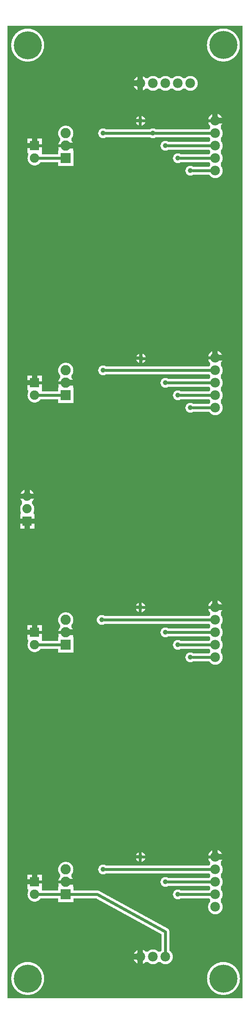
<source format=gbl>
G04 MADE WITH FRITZING*
G04 WWW.FRITZING.ORG*
G04 DOUBLE SIDED*
G04 HOLES PLATED*
G04 CONTOUR ON CENTER OF CONTOUR VECTOR*
%ASAXBY*%
%FSLAX23Y23*%
%MOIN*%
%OFA0B0*%
%SFA1.0B1.0*%
%ADD10C,0.075000*%
%ADD11C,0.078000*%
%ADD12C,0.039370*%
%ADD13C,0.224409*%
%ADD14C,0.082000*%
%ADD15C,0.074000*%
%ADD16R,0.075000X0.075000*%
%ADD17R,0.082000X0.082000*%
%ADD18R,0.074000X0.074000*%
%ADD19C,0.024000*%
%LNCOPPER0*%
G90*
G70*
G54D10*
X400Y7739D03*
G54D11*
X1708Y1171D03*
X1708Y1071D03*
X1708Y971D03*
X1708Y871D03*
X1708Y771D03*
X1708Y3171D03*
X1708Y3071D03*
X1708Y2971D03*
X1708Y2871D03*
X1708Y2771D03*
X1708Y5171D03*
X1708Y5071D03*
X1708Y4971D03*
X1708Y4871D03*
X1708Y4771D03*
X1108Y7371D03*
X1208Y7371D03*
X1308Y7371D03*
X1408Y7371D03*
X1508Y7371D03*
X1708Y7071D03*
X1708Y6971D03*
X1708Y6871D03*
X1708Y6771D03*
X1708Y6671D03*
G54D12*
X1208Y6971D03*
X1508Y6671D03*
X1408Y6771D03*
X1308Y6871D03*
X1508Y4771D03*
X1408Y4871D03*
X1308Y4971D03*
X808Y5071D03*
X1112Y5167D03*
X1108Y7071D03*
X808Y6971D03*
G54D10*
X258Y971D03*
X258Y871D03*
X258Y2971D03*
X258Y2871D03*
X258Y4971D03*
X258Y4871D03*
X258Y6871D03*
X258Y6771D03*
G54D13*
X1773Y7678D03*
X202Y7677D03*
X202Y197D03*
X1773Y197D03*
G54D14*
X508Y871D03*
X508Y971D03*
X508Y1071D03*
X508Y2871D03*
X508Y2971D03*
X508Y3071D03*
X508Y4871D03*
X508Y4971D03*
X508Y5071D03*
X508Y6771D03*
X508Y6871D03*
X508Y6971D03*
G54D15*
X198Y3861D03*
X198Y3961D03*
X198Y4061D03*
G54D11*
X1308Y371D03*
X1208Y371D03*
X1108Y371D03*
G54D12*
X1508Y2771D03*
X1408Y2871D03*
X1308Y2971D03*
X1108Y3171D03*
X797Y3071D03*
X1108Y1171D03*
X1308Y971D03*
X1408Y871D03*
X808Y1071D03*
G54D16*
X258Y971D03*
X258Y2971D03*
X258Y4971D03*
X258Y6871D03*
G54D17*
X508Y871D03*
X508Y2871D03*
X508Y4871D03*
X508Y6771D03*
G54D18*
X198Y3861D03*
G54D19*
X1227Y6971D02*
X1678Y6971D01*
D02*
X476Y4871D02*
X287Y4871D01*
D02*
X476Y6771D02*
X287Y6771D01*
D02*
X1678Y6671D02*
X1527Y6671D01*
D02*
X1427Y6771D02*
X1678Y6771D01*
D02*
X1327Y6871D02*
X1678Y6871D01*
D02*
X1527Y4771D02*
X1678Y4771D01*
D02*
X1427Y4871D02*
X1678Y4871D01*
D02*
X1327Y4971D02*
X1678Y4971D01*
D02*
X1678Y5071D02*
X827Y5071D01*
D02*
X1131Y5167D02*
X1678Y5171D01*
D02*
X1678Y7071D02*
X1127Y7071D01*
D02*
X827Y6971D02*
X1189Y6971D01*
D02*
X476Y6871D02*
X287Y6871D01*
D02*
X476Y4971D02*
X287Y4971D01*
D02*
X1127Y3171D02*
X1678Y3171D01*
D02*
X1327Y2971D02*
X1678Y2971D01*
D02*
X1427Y2871D02*
X1678Y2871D01*
D02*
X1527Y2771D02*
X1678Y2771D01*
D02*
X287Y2871D02*
X476Y2871D01*
D02*
X816Y3071D02*
X1678Y3071D01*
D02*
X1127Y1171D02*
X1678Y1171D01*
D02*
X1327Y971D02*
X1678Y971D01*
D02*
X1427Y871D02*
X1678Y871D01*
D02*
X476Y2971D02*
X287Y2971D01*
D02*
X476Y971D02*
X287Y971D01*
D02*
X476Y871D02*
X287Y871D01*
D02*
X760Y871D02*
X1308Y571D01*
D02*
X1308Y571D02*
X1308Y401D01*
D02*
X540Y871D02*
X760Y871D01*
D02*
X827Y1071D02*
X1678Y1071D01*
G36*
X40Y7834D02*
X40Y7810D01*
X1790Y7810D01*
X1790Y7808D01*
X1802Y7808D01*
X1802Y7806D01*
X1810Y7806D01*
X1810Y7804D01*
X1816Y7804D01*
X1816Y7802D01*
X1820Y7802D01*
X1820Y7800D01*
X1826Y7800D01*
X1826Y7798D01*
X1830Y7798D01*
X1830Y7796D01*
X1834Y7796D01*
X1834Y7794D01*
X1838Y7794D01*
X1838Y7792D01*
X1840Y7792D01*
X1840Y7790D01*
X1844Y7790D01*
X1844Y7788D01*
X1848Y7788D01*
X1848Y7786D01*
X1850Y7786D01*
X1850Y7784D01*
X1852Y7784D01*
X1852Y7782D01*
X1856Y7782D01*
X1856Y7780D01*
X1858Y7780D01*
X1858Y7778D01*
X1860Y7778D01*
X1860Y7776D01*
X1862Y7776D01*
X1862Y7774D01*
X1864Y7774D01*
X1864Y7772D01*
X1866Y7772D01*
X1866Y7770D01*
X1868Y7770D01*
X1868Y7768D01*
X1870Y7768D01*
X1870Y7766D01*
X1872Y7766D01*
X1872Y7764D01*
X1874Y7764D01*
X1874Y7762D01*
X1876Y7762D01*
X1876Y7758D01*
X1878Y7758D01*
X1878Y7756D01*
X1880Y7756D01*
X1880Y7754D01*
X1882Y7754D01*
X1882Y7750D01*
X1884Y7750D01*
X1884Y7748D01*
X1886Y7748D01*
X1886Y7744D01*
X1888Y7744D01*
X1888Y7740D01*
X1890Y7740D01*
X1890Y7736D01*
X1892Y7736D01*
X1892Y7732D01*
X1894Y7732D01*
X1894Y7728D01*
X1896Y7728D01*
X1896Y7722D01*
X1898Y7722D01*
X1898Y7718D01*
X1900Y7718D01*
X1900Y7710D01*
X1902Y7710D01*
X1902Y7700D01*
X1904Y7700D01*
X1904Y7656D01*
X1902Y7656D01*
X1902Y7646D01*
X1900Y7646D01*
X1900Y7638D01*
X1898Y7638D01*
X1898Y7634D01*
X1896Y7634D01*
X1896Y7628D01*
X1894Y7628D01*
X1894Y7624D01*
X1892Y7624D01*
X1892Y7620D01*
X1890Y7620D01*
X1890Y7616D01*
X1888Y7616D01*
X1888Y7612D01*
X1886Y7612D01*
X1886Y7608D01*
X1884Y7608D01*
X1884Y7606D01*
X1882Y7606D01*
X1882Y7602D01*
X1880Y7602D01*
X1880Y7600D01*
X1878Y7600D01*
X1878Y7598D01*
X1876Y7598D01*
X1876Y7594D01*
X1874Y7594D01*
X1874Y7592D01*
X1872Y7592D01*
X1872Y7590D01*
X1870Y7590D01*
X1870Y7588D01*
X1868Y7588D01*
X1868Y7586D01*
X1866Y7586D01*
X1866Y7584D01*
X1864Y7584D01*
X1864Y7582D01*
X1862Y7582D01*
X1862Y7580D01*
X1860Y7580D01*
X1860Y7578D01*
X1858Y7578D01*
X1858Y7576D01*
X1856Y7576D01*
X1856Y7574D01*
X1852Y7574D01*
X1852Y7572D01*
X1850Y7572D01*
X1850Y7570D01*
X1848Y7570D01*
X1848Y7568D01*
X1844Y7568D01*
X1844Y7566D01*
X1840Y7566D01*
X1840Y7564D01*
X1838Y7564D01*
X1838Y7562D01*
X1834Y7562D01*
X1834Y7560D01*
X1830Y7560D01*
X1830Y7558D01*
X1826Y7558D01*
X1826Y7556D01*
X1820Y7556D01*
X1820Y7554D01*
X1816Y7554D01*
X1816Y7552D01*
X1810Y7552D01*
X1810Y7550D01*
X1802Y7550D01*
X1802Y7548D01*
X1790Y7548D01*
X1790Y7546D01*
X1928Y7546D01*
X1928Y7834D01*
X40Y7834D01*
G37*
D02*
G36*
X40Y7810D02*
X40Y7546D01*
X180Y7546D01*
X180Y7548D01*
X170Y7548D01*
X170Y7550D01*
X164Y7550D01*
X164Y7552D01*
X158Y7552D01*
X158Y7554D01*
X152Y7554D01*
X152Y7556D01*
X148Y7556D01*
X148Y7558D01*
X144Y7558D01*
X144Y7560D01*
X140Y7560D01*
X140Y7562D01*
X136Y7562D01*
X136Y7564D01*
X132Y7564D01*
X132Y7566D01*
X130Y7566D01*
X130Y7568D01*
X126Y7568D01*
X126Y7570D01*
X124Y7570D01*
X124Y7572D01*
X122Y7572D01*
X122Y7574D01*
X118Y7574D01*
X118Y7576D01*
X116Y7576D01*
X116Y7578D01*
X114Y7578D01*
X114Y7580D01*
X112Y7580D01*
X112Y7582D01*
X110Y7582D01*
X110Y7584D01*
X108Y7584D01*
X108Y7586D01*
X106Y7586D01*
X106Y7588D01*
X104Y7588D01*
X104Y7590D01*
X102Y7590D01*
X102Y7592D01*
X100Y7592D01*
X100Y7594D01*
X98Y7594D01*
X98Y7598D01*
X96Y7598D01*
X96Y7600D01*
X94Y7600D01*
X94Y7602D01*
X92Y7602D01*
X92Y7606D01*
X90Y7606D01*
X90Y7608D01*
X88Y7608D01*
X88Y7612D01*
X86Y7612D01*
X86Y7616D01*
X84Y7616D01*
X84Y7620D01*
X82Y7620D01*
X82Y7624D01*
X80Y7624D01*
X80Y7628D01*
X78Y7628D01*
X78Y7634D01*
X76Y7634D01*
X76Y7640D01*
X74Y7640D01*
X74Y7648D01*
X72Y7648D01*
X72Y7660D01*
X70Y7660D01*
X70Y7696D01*
X72Y7696D01*
X72Y7706D01*
X74Y7706D01*
X74Y7714D01*
X76Y7714D01*
X76Y7720D01*
X78Y7720D01*
X78Y7726D01*
X80Y7726D01*
X80Y7730D01*
X82Y7730D01*
X82Y7736D01*
X84Y7736D01*
X84Y7740D01*
X86Y7740D01*
X86Y7742D01*
X88Y7742D01*
X88Y7746D01*
X90Y7746D01*
X90Y7750D01*
X92Y7750D01*
X92Y7752D01*
X94Y7752D01*
X94Y7754D01*
X96Y7754D01*
X96Y7758D01*
X98Y7758D01*
X98Y7760D01*
X100Y7760D01*
X100Y7762D01*
X102Y7762D01*
X102Y7764D01*
X104Y7764D01*
X104Y7768D01*
X106Y7768D01*
X106Y7770D01*
X108Y7770D01*
X108Y7772D01*
X110Y7772D01*
X110Y7774D01*
X112Y7774D01*
X112Y7776D01*
X116Y7776D01*
X116Y7778D01*
X118Y7778D01*
X118Y7780D01*
X120Y7780D01*
X120Y7782D01*
X122Y7782D01*
X122Y7784D01*
X126Y7784D01*
X126Y7786D01*
X128Y7786D01*
X128Y7788D01*
X132Y7788D01*
X132Y7790D01*
X134Y7790D01*
X134Y7792D01*
X138Y7792D01*
X138Y7794D01*
X142Y7794D01*
X142Y7796D01*
X146Y7796D01*
X146Y7798D01*
X150Y7798D01*
X150Y7800D01*
X156Y7800D01*
X156Y7802D01*
X160Y7802D01*
X160Y7804D01*
X168Y7804D01*
X168Y7806D01*
X176Y7806D01*
X176Y7808D01*
X192Y7808D01*
X192Y7810D01*
X40Y7810D01*
G37*
D02*
G36*
X212Y7810D02*
X212Y7808D01*
X228Y7808D01*
X228Y7806D01*
X236Y7806D01*
X236Y7804D01*
X242Y7804D01*
X242Y7802D01*
X248Y7802D01*
X248Y7800D01*
X254Y7800D01*
X254Y7798D01*
X258Y7798D01*
X258Y7796D01*
X262Y7796D01*
X262Y7794D01*
X266Y7794D01*
X266Y7792D01*
X268Y7792D01*
X268Y7790D01*
X272Y7790D01*
X272Y7788D01*
X276Y7788D01*
X276Y7786D01*
X278Y7786D01*
X278Y7784D01*
X280Y7784D01*
X280Y7782D01*
X284Y7782D01*
X284Y7780D01*
X286Y7780D01*
X286Y7778D01*
X288Y7778D01*
X288Y7776D01*
X290Y7776D01*
X290Y7774D01*
X292Y7774D01*
X292Y7772D01*
X296Y7772D01*
X296Y7768D01*
X298Y7768D01*
X298Y7766D01*
X300Y7766D01*
X300Y7764D01*
X302Y7764D01*
X302Y7762D01*
X304Y7762D01*
X304Y7760D01*
X306Y7760D01*
X306Y7756D01*
X308Y7756D01*
X308Y7754D01*
X310Y7754D01*
X310Y7752D01*
X312Y7752D01*
X312Y7748D01*
X314Y7748D01*
X314Y7746D01*
X316Y7746D01*
X316Y7742D01*
X318Y7742D01*
X318Y7738D01*
X320Y7738D01*
X320Y7734D01*
X322Y7734D01*
X322Y7730D01*
X324Y7730D01*
X324Y7726D01*
X326Y7726D01*
X326Y7720D01*
X328Y7720D01*
X328Y7712D01*
X330Y7712D01*
X330Y7706D01*
X332Y7706D01*
X332Y7692D01*
X334Y7692D01*
X334Y7662D01*
X332Y7662D01*
X332Y7650D01*
X330Y7650D01*
X330Y7642D01*
X328Y7642D01*
X328Y7636D01*
X326Y7636D01*
X326Y7630D01*
X324Y7630D01*
X324Y7624D01*
X322Y7624D01*
X322Y7620D01*
X320Y7620D01*
X320Y7616D01*
X318Y7616D01*
X318Y7612D01*
X316Y7612D01*
X316Y7610D01*
X314Y7610D01*
X314Y7606D01*
X312Y7606D01*
X312Y7604D01*
X310Y7604D01*
X310Y7600D01*
X308Y7600D01*
X308Y7598D01*
X306Y7598D01*
X306Y7596D01*
X304Y7596D01*
X304Y7592D01*
X302Y7592D01*
X302Y7590D01*
X300Y7590D01*
X300Y7588D01*
X298Y7588D01*
X298Y7586D01*
X296Y7586D01*
X296Y7584D01*
X294Y7584D01*
X294Y7582D01*
X292Y7582D01*
X292Y7580D01*
X290Y7580D01*
X290Y7578D01*
X288Y7578D01*
X288Y7576D01*
X286Y7576D01*
X286Y7574D01*
X282Y7574D01*
X282Y7572D01*
X280Y7572D01*
X280Y7570D01*
X278Y7570D01*
X278Y7568D01*
X274Y7568D01*
X274Y7566D01*
X270Y7566D01*
X270Y7564D01*
X268Y7564D01*
X268Y7562D01*
X264Y7562D01*
X264Y7560D01*
X260Y7560D01*
X260Y7558D01*
X256Y7558D01*
X256Y7556D01*
X252Y7556D01*
X252Y7554D01*
X246Y7554D01*
X246Y7552D01*
X240Y7552D01*
X240Y7550D01*
X232Y7550D01*
X232Y7548D01*
X222Y7548D01*
X222Y7546D01*
X1756Y7546D01*
X1756Y7548D01*
X1744Y7548D01*
X1744Y7550D01*
X1736Y7550D01*
X1736Y7552D01*
X1730Y7552D01*
X1730Y7554D01*
X1724Y7554D01*
X1724Y7556D01*
X1720Y7556D01*
X1720Y7558D01*
X1716Y7558D01*
X1716Y7560D01*
X1712Y7560D01*
X1712Y7562D01*
X1708Y7562D01*
X1708Y7564D01*
X1704Y7564D01*
X1704Y7566D01*
X1702Y7566D01*
X1702Y7568D01*
X1698Y7568D01*
X1698Y7570D01*
X1696Y7570D01*
X1696Y7572D01*
X1692Y7572D01*
X1692Y7574D01*
X1690Y7574D01*
X1690Y7576D01*
X1688Y7576D01*
X1688Y7578D01*
X1686Y7578D01*
X1686Y7580D01*
X1684Y7580D01*
X1684Y7582D01*
X1680Y7582D01*
X1680Y7584D01*
X1678Y7584D01*
X1678Y7588D01*
X1676Y7588D01*
X1676Y7590D01*
X1674Y7590D01*
X1674Y7592D01*
X1672Y7592D01*
X1672Y7594D01*
X1670Y7594D01*
X1670Y7596D01*
X1668Y7596D01*
X1668Y7600D01*
X1666Y7600D01*
X1666Y7602D01*
X1664Y7602D01*
X1664Y7604D01*
X1662Y7604D01*
X1662Y7608D01*
X1660Y7608D01*
X1660Y7612D01*
X1658Y7612D01*
X1658Y7614D01*
X1656Y7614D01*
X1656Y7618D01*
X1654Y7618D01*
X1654Y7622D01*
X1652Y7622D01*
X1652Y7626D01*
X1650Y7626D01*
X1650Y7632D01*
X1648Y7632D01*
X1648Y7638D01*
X1646Y7638D01*
X1646Y7644D01*
X1644Y7644D01*
X1644Y7652D01*
X1642Y7652D01*
X1642Y7670D01*
X1640Y7670D01*
X1640Y7686D01*
X1642Y7686D01*
X1642Y7702D01*
X1644Y7702D01*
X1644Y7712D01*
X1646Y7712D01*
X1646Y7718D01*
X1648Y7718D01*
X1648Y7724D01*
X1650Y7724D01*
X1650Y7730D01*
X1652Y7730D01*
X1652Y7734D01*
X1654Y7734D01*
X1654Y7738D01*
X1656Y7738D01*
X1656Y7742D01*
X1658Y7742D01*
X1658Y7744D01*
X1660Y7744D01*
X1660Y7748D01*
X1662Y7748D01*
X1662Y7752D01*
X1664Y7752D01*
X1664Y7754D01*
X1666Y7754D01*
X1666Y7756D01*
X1668Y7756D01*
X1668Y7760D01*
X1670Y7760D01*
X1670Y7762D01*
X1672Y7762D01*
X1672Y7764D01*
X1674Y7764D01*
X1674Y7766D01*
X1676Y7766D01*
X1676Y7768D01*
X1678Y7768D01*
X1678Y7772D01*
X1680Y7772D01*
X1680Y7774D01*
X1684Y7774D01*
X1684Y7776D01*
X1686Y7776D01*
X1686Y7778D01*
X1688Y7778D01*
X1688Y7780D01*
X1690Y7780D01*
X1690Y7782D01*
X1692Y7782D01*
X1692Y7784D01*
X1696Y7784D01*
X1696Y7786D01*
X1698Y7786D01*
X1698Y7788D01*
X1702Y7788D01*
X1702Y7790D01*
X1704Y7790D01*
X1704Y7792D01*
X1708Y7792D01*
X1708Y7794D01*
X1712Y7794D01*
X1712Y7796D01*
X1716Y7796D01*
X1716Y7798D01*
X1720Y7798D01*
X1720Y7800D01*
X1724Y7800D01*
X1724Y7802D01*
X1730Y7802D01*
X1730Y7804D01*
X1736Y7804D01*
X1736Y7806D01*
X1744Y7806D01*
X1744Y7808D01*
X1756Y7808D01*
X1756Y7810D01*
X212Y7810D01*
G37*
D02*
G36*
X40Y7546D02*
X40Y7544D01*
X1928Y7544D01*
X1928Y7546D01*
X40Y7546D01*
G37*
D02*
G36*
X40Y7546D02*
X40Y7544D01*
X1928Y7544D01*
X1928Y7546D01*
X40Y7546D01*
G37*
D02*
G36*
X40Y7546D02*
X40Y7544D01*
X1928Y7544D01*
X1928Y7546D01*
X40Y7546D01*
G37*
D02*
G36*
X40Y7544D02*
X40Y7430D01*
X1518Y7430D01*
X1518Y7428D01*
X1526Y7428D01*
X1526Y7426D01*
X1532Y7426D01*
X1532Y7424D01*
X1536Y7424D01*
X1536Y7422D01*
X1540Y7422D01*
X1540Y7420D01*
X1542Y7420D01*
X1542Y7418D01*
X1544Y7418D01*
X1544Y7416D01*
X1548Y7416D01*
X1548Y7414D01*
X1550Y7414D01*
X1550Y7412D01*
X1552Y7412D01*
X1552Y7408D01*
X1554Y7408D01*
X1554Y7406D01*
X1556Y7406D01*
X1556Y7404D01*
X1558Y7404D01*
X1558Y7400D01*
X1560Y7400D01*
X1560Y7398D01*
X1562Y7398D01*
X1562Y7392D01*
X1564Y7392D01*
X1564Y7386D01*
X1566Y7386D01*
X1566Y7374D01*
X1568Y7374D01*
X1568Y7368D01*
X1566Y7368D01*
X1566Y7356D01*
X1564Y7356D01*
X1564Y7350D01*
X1562Y7350D01*
X1562Y7344D01*
X1560Y7344D01*
X1560Y7342D01*
X1558Y7342D01*
X1558Y7338D01*
X1556Y7338D01*
X1556Y7336D01*
X1554Y7336D01*
X1554Y7334D01*
X1552Y7334D01*
X1552Y7330D01*
X1550Y7330D01*
X1550Y7328D01*
X1548Y7328D01*
X1548Y7326D01*
X1544Y7326D01*
X1544Y7324D01*
X1542Y7324D01*
X1542Y7322D01*
X1540Y7322D01*
X1540Y7320D01*
X1536Y7320D01*
X1536Y7318D01*
X1532Y7318D01*
X1532Y7316D01*
X1526Y7316D01*
X1526Y7314D01*
X1518Y7314D01*
X1518Y7312D01*
X1928Y7312D01*
X1928Y7544D01*
X40Y7544D01*
G37*
D02*
G36*
X40Y7430D02*
X40Y7312D01*
X1098Y7312D01*
X1098Y7314D01*
X1090Y7314D01*
X1090Y7316D01*
X1084Y7316D01*
X1084Y7318D01*
X1080Y7318D01*
X1080Y7320D01*
X1078Y7320D01*
X1078Y7322D01*
X1074Y7322D01*
X1074Y7324D01*
X1072Y7324D01*
X1072Y7326D01*
X1070Y7326D01*
X1070Y7328D01*
X1066Y7328D01*
X1066Y7332D01*
X1064Y7332D01*
X1064Y7334D01*
X1062Y7334D01*
X1062Y7336D01*
X1060Y7336D01*
X1060Y7338D01*
X1058Y7338D01*
X1058Y7342D01*
X1056Y7342D01*
X1056Y7346D01*
X1054Y7346D01*
X1054Y7350D01*
X1052Y7350D01*
X1052Y7358D01*
X1050Y7358D01*
X1050Y7384D01*
X1052Y7384D01*
X1052Y7392D01*
X1054Y7392D01*
X1054Y7396D01*
X1056Y7396D01*
X1056Y7400D01*
X1058Y7400D01*
X1058Y7404D01*
X1060Y7404D01*
X1060Y7406D01*
X1062Y7406D01*
X1062Y7408D01*
X1064Y7408D01*
X1064Y7410D01*
X1066Y7410D01*
X1066Y7414D01*
X1070Y7414D01*
X1070Y7416D01*
X1072Y7416D01*
X1072Y7418D01*
X1074Y7418D01*
X1074Y7420D01*
X1078Y7420D01*
X1078Y7422D01*
X1080Y7422D01*
X1080Y7424D01*
X1084Y7424D01*
X1084Y7426D01*
X1090Y7426D01*
X1090Y7428D01*
X1098Y7428D01*
X1098Y7430D01*
X40Y7430D01*
G37*
D02*
G36*
X1118Y7430D02*
X1118Y7428D01*
X1126Y7428D01*
X1126Y7426D01*
X1132Y7426D01*
X1132Y7424D01*
X1136Y7424D01*
X1136Y7422D01*
X1140Y7422D01*
X1140Y7420D01*
X1142Y7420D01*
X1142Y7418D01*
X1144Y7418D01*
X1144Y7416D01*
X1148Y7416D01*
X1148Y7414D01*
X1170Y7414D01*
X1170Y7416D01*
X1172Y7416D01*
X1172Y7418D01*
X1174Y7418D01*
X1174Y7420D01*
X1178Y7420D01*
X1178Y7422D01*
X1180Y7422D01*
X1180Y7424D01*
X1184Y7424D01*
X1184Y7426D01*
X1190Y7426D01*
X1190Y7428D01*
X1198Y7428D01*
X1198Y7430D01*
X1118Y7430D01*
G37*
D02*
G36*
X1218Y7430D02*
X1218Y7428D01*
X1226Y7428D01*
X1226Y7426D01*
X1232Y7426D01*
X1232Y7424D01*
X1236Y7424D01*
X1236Y7422D01*
X1240Y7422D01*
X1240Y7420D01*
X1242Y7420D01*
X1242Y7418D01*
X1244Y7418D01*
X1244Y7416D01*
X1248Y7416D01*
X1248Y7414D01*
X1270Y7414D01*
X1270Y7416D01*
X1272Y7416D01*
X1272Y7418D01*
X1274Y7418D01*
X1274Y7420D01*
X1278Y7420D01*
X1278Y7422D01*
X1280Y7422D01*
X1280Y7424D01*
X1284Y7424D01*
X1284Y7426D01*
X1290Y7426D01*
X1290Y7428D01*
X1298Y7428D01*
X1298Y7430D01*
X1218Y7430D01*
G37*
D02*
G36*
X1318Y7430D02*
X1318Y7428D01*
X1326Y7428D01*
X1326Y7426D01*
X1332Y7426D01*
X1332Y7424D01*
X1336Y7424D01*
X1336Y7422D01*
X1340Y7422D01*
X1340Y7420D01*
X1342Y7420D01*
X1342Y7418D01*
X1344Y7418D01*
X1344Y7416D01*
X1348Y7416D01*
X1348Y7414D01*
X1370Y7414D01*
X1370Y7416D01*
X1372Y7416D01*
X1372Y7418D01*
X1374Y7418D01*
X1374Y7420D01*
X1378Y7420D01*
X1378Y7422D01*
X1380Y7422D01*
X1380Y7424D01*
X1384Y7424D01*
X1384Y7426D01*
X1390Y7426D01*
X1390Y7428D01*
X1398Y7428D01*
X1398Y7430D01*
X1318Y7430D01*
G37*
D02*
G36*
X1418Y7430D02*
X1418Y7428D01*
X1426Y7428D01*
X1426Y7426D01*
X1432Y7426D01*
X1432Y7424D01*
X1436Y7424D01*
X1436Y7422D01*
X1440Y7422D01*
X1440Y7420D01*
X1442Y7420D01*
X1442Y7418D01*
X1444Y7418D01*
X1444Y7416D01*
X1448Y7416D01*
X1448Y7414D01*
X1470Y7414D01*
X1470Y7416D01*
X1472Y7416D01*
X1472Y7418D01*
X1474Y7418D01*
X1474Y7420D01*
X1478Y7420D01*
X1478Y7422D01*
X1480Y7422D01*
X1480Y7424D01*
X1484Y7424D01*
X1484Y7426D01*
X1490Y7426D01*
X1490Y7428D01*
X1498Y7428D01*
X1498Y7430D01*
X1418Y7430D01*
G37*
D02*
G36*
X1148Y7328D02*
X1148Y7326D01*
X1144Y7326D01*
X1144Y7324D01*
X1142Y7324D01*
X1142Y7322D01*
X1140Y7322D01*
X1140Y7320D01*
X1136Y7320D01*
X1136Y7318D01*
X1132Y7318D01*
X1132Y7316D01*
X1126Y7316D01*
X1126Y7314D01*
X1118Y7314D01*
X1118Y7312D01*
X1198Y7312D01*
X1198Y7314D01*
X1190Y7314D01*
X1190Y7316D01*
X1184Y7316D01*
X1184Y7318D01*
X1180Y7318D01*
X1180Y7320D01*
X1178Y7320D01*
X1178Y7322D01*
X1174Y7322D01*
X1174Y7324D01*
X1172Y7324D01*
X1172Y7326D01*
X1170Y7326D01*
X1170Y7328D01*
X1148Y7328D01*
G37*
D02*
G36*
X1248Y7328D02*
X1248Y7326D01*
X1244Y7326D01*
X1244Y7324D01*
X1242Y7324D01*
X1242Y7322D01*
X1240Y7322D01*
X1240Y7320D01*
X1236Y7320D01*
X1236Y7318D01*
X1232Y7318D01*
X1232Y7316D01*
X1226Y7316D01*
X1226Y7314D01*
X1218Y7314D01*
X1218Y7312D01*
X1298Y7312D01*
X1298Y7314D01*
X1290Y7314D01*
X1290Y7316D01*
X1284Y7316D01*
X1284Y7318D01*
X1280Y7318D01*
X1280Y7320D01*
X1278Y7320D01*
X1278Y7322D01*
X1274Y7322D01*
X1274Y7324D01*
X1272Y7324D01*
X1272Y7326D01*
X1270Y7326D01*
X1270Y7328D01*
X1248Y7328D01*
G37*
D02*
G36*
X1348Y7328D02*
X1348Y7326D01*
X1344Y7326D01*
X1344Y7324D01*
X1342Y7324D01*
X1342Y7322D01*
X1340Y7322D01*
X1340Y7320D01*
X1336Y7320D01*
X1336Y7318D01*
X1332Y7318D01*
X1332Y7316D01*
X1326Y7316D01*
X1326Y7314D01*
X1318Y7314D01*
X1318Y7312D01*
X1398Y7312D01*
X1398Y7314D01*
X1390Y7314D01*
X1390Y7316D01*
X1384Y7316D01*
X1384Y7318D01*
X1380Y7318D01*
X1380Y7320D01*
X1378Y7320D01*
X1378Y7322D01*
X1374Y7322D01*
X1374Y7324D01*
X1372Y7324D01*
X1372Y7326D01*
X1370Y7326D01*
X1370Y7328D01*
X1348Y7328D01*
G37*
D02*
G36*
X1448Y7328D02*
X1448Y7326D01*
X1444Y7326D01*
X1444Y7324D01*
X1442Y7324D01*
X1442Y7322D01*
X1440Y7322D01*
X1440Y7320D01*
X1436Y7320D01*
X1436Y7318D01*
X1432Y7318D01*
X1432Y7316D01*
X1426Y7316D01*
X1426Y7314D01*
X1418Y7314D01*
X1418Y7312D01*
X1498Y7312D01*
X1498Y7314D01*
X1490Y7314D01*
X1490Y7316D01*
X1484Y7316D01*
X1484Y7318D01*
X1480Y7318D01*
X1480Y7320D01*
X1478Y7320D01*
X1478Y7322D01*
X1474Y7322D01*
X1474Y7324D01*
X1472Y7324D01*
X1472Y7326D01*
X1470Y7326D01*
X1470Y7328D01*
X1448Y7328D01*
G37*
D02*
G36*
X40Y7312D02*
X40Y7310D01*
X1928Y7310D01*
X1928Y7312D01*
X40Y7312D01*
G37*
D02*
G36*
X40Y7312D02*
X40Y7310D01*
X1928Y7310D01*
X1928Y7312D01*
X40Y7312D01*
G37*
D02*
G36*
X40Y7312D02*
X40Y7310D01*
X1928Y7310D01*
X1928Y7312D01*
X40Y7312D01*
G37*
D02*
G36*
X40Y7312D02*
X40Y7310D01*
X1928Y7310D01*
X1928Y7312D01*
X40Y7312D01*
G37*
D02*
G36*
X40Y7312D02*
X40Y7310D01*
X1928Y7310D01*
X1928Y7312D01*
X40Y7312D01*
G37*
D02*
G36*
X40Y7312D02*
X40Y7310D01*
X1928Y7310D01*
X1928Y7312D01*
X40Y7312D01*
G37*
D02*
G36*
X40Y7310D02*
X40Y7130D01*
X1718Y7130D01*
X1718Y7128D01*
X1726Y7128D01*
X1726Y7126D01*
X1732Y7126D01*
X1732Y7124D01*
X1736Y7124D01*
X1736Y7122D01*
X1740Y7122D01*
X1740Y7120D01*
X1742Y7120D01*
X1742Y7118D01*
X1744Y7118D01*
X1744Y7116D01*
X1748Y7116D01*
X1748Y7114D01*
X1750Y7114D01*
X1750Y7112D01*
X1752Y7112D01*
X1752Y7108D01*
X1754Y7108D01*
X1754Y7106D01*
X1756Y7106D01*
X1756Y7104D01*
X1758Y7104D01*
X1758Y7100D01*
X1760Y7100D01*
X1760Y7098D01*
X1762Y7098D01*
X1762Y7092D01*
X1764Y7092D01*
X1764Y7086D01*
X1766Y7086D01*
X1766Y7074D01*
X1768Y7074D01*
X1768Y7068D01*
X1766Y7068D01*
X1766Y7056D01*
X1764Y7056D01*
X1764Y7050D01*
X1762Y7050D01*
X1762Y7044D01*
X1760Y7044D01*
X1760Y7042D01*
X1758Y7042D01*
X1758Y7038D01*
X1756Y7038D01*
X1756Y7036D01*
X1754Y7036D01*
X1754Y7034D01*
X1752Y7034D01*
X1752Y7008D01*
X1754Y7008D01*
X1754Y7006D01*
X1756Y7006D01*
X1756Y7004D01*
X1758Y7004D01*
X1758Y7000D01*
X1760Y7000D01*
X1760Y6998D01*
X1762Y6998D01*
X1762Y6992D01*
X1764Y6992D01*
X1764Y6986D01*
X1766Y6986D01*
X1766Y6974D01*
X1768Y6974D01*
X1768Y6968D01*
X1766Y6968D01*
X1766Y6956D01*
X1764Y6956D01*
X1764Y6950D01*
X1762Y6950D01*
X1762Y6944D01*
X1760Y6944D01*
X1760Y6942D01*
X1758Y6942D01*
X1758Y6938D01*
X1756Y6938D01*
X1756Y6936D01*
X1754Y6936D01*
X1754Y6934D01*
X1752Y6934D01*
X1752Y6908D01*
X1754Y6908D01*
X1754Y6906D01*
X1756Y6906D01*
X1756Y6904D01*
X1758Y6904D01*
X1758Y6900D01*
X1760Y6900D01*
X1760Y6898D01*
X1762Y6898D01*
X1762Y6892D01*
X1764Y6892D01*
X1764Y6886D01*
X1766Y6886D01*
X1766Y6874D01*
X1768Y6874D01*
X1768Y6868D01*
X1766Y6868D01*
X1766Y6856D01*
X1764Y6856D01*
X1764Y6850D01*
X1762Y6850D01*
X1762Y6844D01*
X1760Y6844D01*
X1760Y6842D01*
X1758Y6842D01*
X1758Y6838D01*
X1756Y6838D01*
X1756Y6836D01*
X1754Y6836D01*
X1754Y6834D01*
X1752Y6834D01*
X1752Y6808D01*
X1754Y6808D01*
X1754Y6806D01*
X1756Y6806D01*
X1756Y6804D01*
X1758Y6804D01*
X1758Y6800D01*
X1760Y6800D01*
X1760Y6798D01*
X1762Y6798D01*
X1762Y6792D01*
X1764Y6792D01*
X1764Y6786D01*
X1766Y6786D01*
X1766Y6774D01*
X1768Y6774D01*
X1768Y6768D01*
X1766Y6768D01*
X1766Y6756D01*
X1764Y6756D01*
X1764Y6750D01*
X1762Y6750D01*
X1762Y6744D01*
X1760Y6744D01*
X1760Y6742D01*
X1758Y6742D01*
X1758Y6738D01*
X1756Y6738D01*
X1756Y6736D01*
X1754Y6736D01*
X1754Y6734D01*
X1752Y6734D01*
X1752Y6708D01*
X1754Y6708D01*
X1754Y6706D01*
X1756Y6706D01*
X1756Y6704D01*
X1758Y6704D01*
X1758Y6700D01*
X1760Y6700D01*
X1760Y6698D01*
X1762Y6698D01*
X1762Y6692D01*
X1764Y6692D01*
X1764Y6686D01*
X1766Y6686D01*
X1766Y6674D01*
X1768Y6674D01*
X1768Y6668D01*
X1766Y6668D01*
X1766Y6656D01*
X1764Y6656D01*
X1764Y6650D01*
X1762Y6650D01*
X1762Y6644D01*
X1760Y6644D01*
X1760Y6642D01*
X1758Y6642D01*
X1758Y6638D01*
X1756Y6638D01*
X1756Y6636D01*
X1754Y6636D01*
X1754Y6634D01*
X1752Y6634D01*
X1752Y6630D01*
X1750Y6630D01*
X1750Y6628D01*
X1748Y6628D01*
X1748Y6626D01*
X1744Y6626D01*
X1744Y6624D01*
X1742Y6624D01*
X1742Y6622D01*
X1740Y6622D01*
X1740Y6620D01*
X1736Y6620D01*
X1736Y6618D01*
X1732Y6618D01*
X1732Y6616D01*
X1726Y6616D01*
X1726Y6614D01*
X1718Y6614D01*
X1718Y6612D01*
X1928Y6612D01*
X1928Y7310D01*
X40Y7310D01*
G37*
D02*
G36*
X40Y7130D02*
X40Y7110D01*
X1118Y7110D01*
X1118Y7108D01*
X1124Y7108D01*
X1124Y7106D01*
X1128Y7106D01*
X1128Y7104D01*
X1132Y7104D01*
X1132Y7102D01*
X1134Y7102D01*
X1134Y7100D01*
X1136Y7100D01*
X1136Y7098D01*
X1138Y7098D01*
X1138Y7096D01*
X1140Y7096D01*
X1140Y7092D01*
X1142Y7092D01*
X1142Y7090D01*
X1144Y7090D01*
X1144Y7086D01*
X1146Y7086D01*
X1146Y7078D01*
X1148Y7078D01*
X1148Y7064D01*
X1146Y7064D01*
X1146Y7056D01*
X1144Y7056D01*
X1144Y7052D01*
X1142Y7052D01*
X1142Y7050D01*
X1140Y7050D01*
X1140Y7046D01*
X1138Y7046D01*
X1138Y7044D01*
X1136Y7044D01*
X1136Y7042D01*
X1134Y7042D01*
X1134Y7040D01*
X1132Y7040D01*
X1132Y7038D01*
X1128Y7038D01*
X1128Y7036D01*
X1124Y7036D01*
X1124Y7034D01*
X1118Y7034D01*
X1118Y7032D01*
X1664Y7032D01*
X1664Y7034D01*
X1662Y7034D01*
X1662Y7036D01*
X1660Y7036D01*
X1660Y7038D01*
X1658Y7038D01*
X1658Y7042D01*
X1656Y7042D01*
X1656Y7046D01*
X1654Y7046D01*
X1654Y7050D01*
X1652Y7050D01*
X1652Y7058D01*
X1650Y7058D01*
X1650Y7084D01*
X1652Y7084D01*
X1652Y7092D01*
X1654Y7092D01*
X1654Y7096D01*
X1656Y7096D01*
X1656Y7100D01*
X1658Y7100D01*
X1658Y7104D01*
X1660Y7104D01*
X1660Y7106D01*
X1662Y7106D01*
X1662Y7108D01*
X1664Y7108D01*
X1664Y7110D01*
X1666Y7110D01*
X1666Y7114D01*
X1670Y7114D01*
X1670Y7116D01*
X1672Y7116D01*
X1672Y7118D01*
X1674Y7118D01*
X1674Y7120D01*
X1678Y7120D01*
X1678Y7122D01*
X1680Y7122D01*
X1680Y7124D01*
X1684Y7124D01*
X1684Y7126D01*
X1690Y7126D01*
X1690Y7128D01*
X1698Y7128D01*
X1698Y7130D01*
X40Y7130D01*
G37*
D02*
G36*
X40Y7110D02*
X40Y6928D01*
X316Y6928D01*
X316Y6804D01*
X448Y6804D01*
X448Y6832D01*
X450Y6832D01*
X450Y6856D01*
X448Y6856D01*
X448Y6886D01*
X450Y6886D01*
X450Y6892D01*
X452Y6892D01*
X452Y6896D01*
X454Y6896D01*
X454Y6900D01*
X456Y6900D01*
X456Y6904D01*
X458Y6904D01*
X458Y6906D01*
X460Y6906D01*
X460Y6910D01*
X462Y6910D01*
X462Y6932D01*
X460Y6932D01*
X460Y6936D01*
X458Y6936D01*
X458Y6938D01*
X456Y6938D01*
X456Y6942D01*
X454Y6942D01*
X454Y6946D01*
X452Y6946D01*
X452Y6950D01*
X450Y6950D01*
X450Y6956D01*
X448Y6956D01*
X448Y6986D01*
X450Y6986D01*
X450Y6992D01*
X452Y6992D01*
X452Y6996D01*
X454Y6996D01*
X454Y7000D01*
X456Y7000D01*
X456Y7004D01*
X458Y7004D01*
X458Y7006D01*
X460Y7006D01*
X460Y7010D01*
X462Y7010D01*
X462Y7012D01*
X464Y7012D01*
X464Y7014D01*
X466Y7014D01*
X466Y7016D01*
X468Y7016D01*
X468Y7018D01*
X470Y7018D01*
X470Y7020D01*
X474Y7020D01*
X474Y7022D01*
X476Y7022D01*
X476Y7024D01*
X480Y7024D01*
X480Y7026D01*
X484Y7026D01*
X484Y7028D01*
X490Y7028D01*
X490Y7030D01*
X498Y7030D01*
X498Y7032D01*
X1098Y7032D01*
X1098Y7034D01*
X1092Y7034D01*
X1092Y7036D01*
X1088Y7036D01*
X1088Y7038D01*
X1086Y7038D01*
X1086Y7040D01*
X1082Y7040D01*
X1082Y7042D01*
X1080Y7042D01*
X1080Y7044D01*
X1078Y7044D01*
X1078Y7046D01*
X1076Y7046D01*
X1076Y7050D01*
X1074Y7050D01*
X1074Y7054D01*
X1072Y7054D01*
X1072Y7058D01*
X1070Y7058D01*
X1070Y7066D01*
X1068Y7066D01*
X1068Y7076D01*
X1070Y7076D01*
X1070Y7084D01*
X1072Y7084D01*
X1072Y7088D01*
X1074Y7088D01*
X1074Y7092D01*
X1076Y7092D01*
X1076Y7096D01*
X1078Y7096D01*
X1078Y7098D01*
X1080Y7098D01*
X1080Y7100D01*
X1082Y7100D01*
X1082Y7102D01*
X1086Y7102D01*
X1086Y7104D01*
X1088Y7104D01*
X1088Y7106D01*
X1092Y7106D01*
X1092Y7108D01*
X1098Y7108D01*
X1098Y7110D01*
X40Y7110D01*
G37*
D02*
G36*
X518Y7032D02*
X518Y7030D01*
X1666Y7030D01*
X1666Y7032D01*
X518Y7032D01*
G37*
D02*
G36*
X518Y7032D02*
X518Y7030D01*
X1666Y7030D01*
X1666Y7032D01*
X518Y7032D01*
G37*
D02*
G36*
X526Y7030D02*
X526Y7028D01*
X532Y7028D01*
X532Y7026D01*
X536Y7026D01*
X536Y7024D01*
X540Y7024D01*
X540Y7022D01*
X542Y7022D01*
X542Y7020D01*
X546Y7020D01*
X546Y7018D01*
X548Y7018D01*
X548Y7016D01*
X550Y7016D01*
X550Y7014D01*
X552Y7014D01*
X552Y7012D01*
X554Y7012D01*
X554Y7010D01*
X1218Y7010D01*
X1218Y7008D01*
X1224Y7008D01*
X1224Y7006D01*
X1228Y7006D01*
X1228Y7004D01*
X1660Y7004D01*
X1660Y7006D01*
X1662Y7006D01*
X1662Y7008D01*
X1664Y7008D01*
X1664Y7010D01*
X1666Y7010D01*
X1666Y7030D01*
X526Y7030D01*
G37*
D02*
G36*
X556Y7010D02*
X556Y7008D01*
X558Y7008D01*
X558Y7004D01*
X560Y7004D01*
X560Y7002D01*
X562Y7002D01*
X562Y6998D01*
X564Y6998D01*
X564Y6992D01*
X566Y6992D01*
X566Y6986D01*
X568Y6986D01*
X568Y6974D01*
X570Y6974D01*
X570Y6968D01*
X568Y6968D01*
X568Y6956D01*
X566Y6956D01*
X566Y6950D01*
X564Y6950D01*
X564Y6944D01*
X562Y6944D01*
X562Y6940D01*
X560Y6940D01*
X560Y6938D01*
X558Y6938D01*
X558Y6934D01*
X556Y6934D01*
X556Y6932D01*
X798Y6932D01*
X798Y6934D01*
X792Y6934D01*
X792Y6936D01*
X788Y6936D01*
X788Y6938D01*
X786Y6938D01*
X786Y6940D01*
X782Y6940D01*
X782Y6942D01*
X780Y6942D01*
X780Y6944D01*
X778Y6944D01*
X778Y6946D01*
X776Y6946D01*
X776Y6950D01*
X774Y6950D01*
X774Y6954D01*
X772Y6954D01*
X772Y6958D01*
X770Y6958D01*
X770Y6966D01*
X768Y6966D01*
X768Y6976D01*
X770Y6976D01*
X770Y6984D01*
X772Y6984D01*
X772Y6988D01*
X774Y6988D01*
X774Y6992D01*
X776Y6992D01*
X776Y6996D01*
X778Y6996D01*
X778Y6998D01*
X780Y6998D01*
X780Y7000D01*
X782Y7000D01*
X782Y7002D01*
X786Y7002D01*
X786Y7004D01*
X788Y7004D01*
X788Y7006D01*
X792Y7006D01*
X792Y7008D01*
X798Y7008D01*
X798Y7010D01*
X556Y7010D01*
G37*
D02*
G36*
X818Y7010D02*
X818Y7008D01*
X824Y7008D01*
X824Y7006D01*
X828Y7006D01*
X828Y7004D01*
X1188Y7004D01*
X1188Y7006D01*
X1192Y7006D01*
X1192Y7008D01*
X1198Y7008D01*
X1198Y7010D01*
X818Y7010D01*
G37*
D02*
G36*
X828Y6938D02*
X828Y6936D01*
X824Y6936D01*
X824Y6934D01*
X818Y6934D01*
X818Y6932D01*
X1198Y6932D01*
X1198Y6934D01*
X1192Y6934D01*
X1192Y6936D01*
X1188Y6936D01*
X1188Y6938D01*
X828Y6938D01*
G37*
D02*
G36*
X1228Y6938D02*
X1228Y6936D01*
X1224Y6936D01*
X1224Y6934D01*
X1218Y6934D01*
X1218Y6932D01*
X1664Y6932D01*
X1664Y6934D01*
X1662Y6934D01*
X1662Y6936D01*
X1660Y6936D01*
X1660Y6938D01*
X1228Y6938D01*
G37*
D02*
G36*
X554Y6932D02*
X554Y6930D01*
X1666Y6930D01*
X1666Y6932D01*
X554Y6932D01*
G37*
D02*
G36*
X554Y6932D02*
X554Y6930D01*
X1666Y6930D01*
X1666Y6932D01*
X554Y6932D01*
G37*
D02*
G36*
X554Y6932D02*
X554Y6930D01*
X1666Y6930D01*
X1666Y6932D01*
X554Y6932D01*
G37*
D02*
G36*
X554Y6930D02*
X554Y6910D01*
X1318Y6910D01*
X1318Y6908D01*
X1324Y6908D01*
X1324Y6906D01*
X1328Y6906D01*
X1328Y6904D01*
X1660Y6904D01*
X1660Y6906D01*
X1662Y6906D01*
X1662Y6908D01*
X1664Y6908D01*
X1664Y6910D01*
X1666Y6910D01*
X1666Y6930D01*
X554Y6930D01*
G37*
D02*
G36*
X40Y6928D02*
X40Y6714D01*
X246Y6714D01*
X246Y6716D01*
X238Y6716D01*
X238Y6718D01*
X234Y6718D01*
X234Y6720D01*
X230Y6720D01*
X230Y6722D01*
X226Y6722D01*
X226Y6724D01*
X224Y6724D01*
X224Y6726D01*
X222Y6726D01*
X222Y6728D01*
X220Y6728D01*
X220Y6730D01*
X216Y6730D01*
X216Y6734D01*
X214Y6734D01*
X214Y6736D01*
X212Y6736D01*
X212Y6738D01*
X210Y6738D01*
X210Y6742D01*
X208Y6742D01*
X208Y6744D01*
X206Y6744D01*
X206Y6750D01*
X204Y6750D01*
X204Y6756D01*
X202Y6756D01*
X202Y6766D01*
X200Y6766D01*
X200Y6776D01*
X202Y6776D01*
X202Y6786D01*
X204Y6786D01*
X204Y6792D01*
X206Y6792D01*
X206Y6814D01*
X200Y6814D01*
X200Y6928D01*
X40Y6928D01*
G37*
D02*
G36*
X556Y6910D02*
X556Y6908D01*
X558Y6908D01*
X558Y6904D01*
X560Y6904D01*
X560Y6902D01*
X562Y6902D01*
X562Y6898D01*
X564Y6898D01*
X564Y6892D01*
X566Y6892D01*
X566Y6886D01*
X568Y6886D01*
X568Y6874D01*
X570Y6874D01*
X570Y6868D01*
X568Y6868D01*
X568Y6856D01*
X566Y6856D01*
X566Y6832D01*
X1298Y6832D01*
X1298Y6834D01*
X1292Y6834D01*
X1292Y6836D01*
X1288Y6836D01*
X1288Y6838D01*
X1286Y6838D01*
X1286Y6840D01*
X1282Y6840D01*
X1282Y6842D01*
X1280Y6842D01*
X1280Y6844D01*
X1278Y6844D01*
X1278Y6846D01*
X1276Y6846D01*
X1276Y6850D01*
X1274Y6850D01*
X1274Y6854D01*
X1272Y6854D01*
X1272Y6858D01*
X1270Y6858D01*
X1270Y6866D01*
X1268Y6866D01*
X1268Y6876D01*
X1270Y6876D01*
X1270Y6884D01*
X1272Y6884D01*
X1272Y6888D01*
X1274Y6888D01*
X1274Y6892D01*
X1276Y6892D01*
X1276Y6896D01*
X1278Y6896D01*
X1278Y6898D01*
X1280Y6898D01*
X1280Y6900D01*
X1282Y6900D01*
X1282Y6902D01*
X1286Y6902D01*
X1286Y6904D01*
X1288Y6904D01*
X1288Y6906D01*
X1292Y6906D01*
X1292Y6908D01*
X1298Y6908D01*
X1298Y6910D01*
X556Y6910D01*
G37*
D02*
G36*
X1328Y6838D02*
X1328Y6836D01*
X1324Y6836D01*
X1324Y6834D01*
X1318Y6834D01*
X1318Y6832D01*
X1664Y6832D01*
X1664Y6834D01*
X1662Y6834D01*
X1662Y6836D01*
X1660Y6836D01*
X1660Y6838D01*
X1328Y6838D01*
G37*
D02*
G36*
X570Y6832D02*
X570Y6830D01*
X1666Y6830D01*
X1666Y6832D01*
X570Y6832D01*
G37*
D02*
G36*
X570Y6832D02*
X570Y6830D01*
X1666Y6830D01*
X1666Y6832D01*
X570Y6832D01*
G37*
D02*
G36*
X570Y6830D02*
X570Y6810D01*
X1418Y6810D01*
X1418Y6808D01*
X1424Y6808D01*
X1424Y6806D01*
X1428Y6806D01*
X1428Y6804D01*
X1660Y6804D01*
X1660Y6806D01*
X1662Y6806D01*
X1662Y6808D01*
X1664Y6808D01*
X1664Y6810D01*
X1666Y6810D01*
X1666Y6830D01*
X570Y6830D01*
G37*
D02*
G36*
X570Y6810D02*
X570Y6732D01*
X1398Y6732D01*
X1398Y6734D01*
X1392Y6734D01*
X1392Y6736D01*
X1388Y6736D01*
X1388Y6738D01*
X1386Y6738D01*
X1386Y6740D01*
X1382Y6740D01*
X1382Y6742D01*
X1380Y6742D01*
X1380Y6744D01*
X1378Y6744D01*
X1378Y6746D01*
X1376Y6746D01*
X1376Y6750D01*
X1374Y6750D01*
X1374Y6754D01*
X1372Y6754D01*
X1372Y6758D01*
X1370Y6758D01*
X1370Y6766D01*
X1368Y6766D01*
X1368Y6776D01*
X1370Y6776D01*
X1370Y6784D01*
X1372Y6784D01*
X1372Y6788D01*
X1374Y6788D01*
X1374Y6792D01*
X1376Y6792D01*
X1376Y6796D01*
X1378Y6796D01*
X1378Y6798D01*
X1380Y6798D01*
X1380Y6800D01*
X1382Y6800D01*
X1382Y6802D01*
X1386Y6802D01*
X1386Y6804D01*
X1388Y6804D01*
X1388Y6806D01*
X1392Y6806D01*
X1392Y6808D01*
X1398Y6808D01*
X1398Y6810D01*
X570Y6810D01*
G37*
D02*
G36*
X304Y6738D02*
X304Y6736D01*
X302Y6736D01*
X302Y6734D01*
X300Y6734D01*
X300Y6730D01*
X298Y6730D01*
X298Y6728D01*
X294Y6728D01*
X294Y6726D01*
X292Y6726D01*
X292Y6724D01*
X290Y6724D01*
X290Y6722D01*
X286Y6722D01*
X286Y6720D01*
X282Y6720D01*
X282Y6718D01*
X278Y6718D01*
X278Y6716D01*
X270Y6716D01*
X270Y6714D01*
X448Y6714D01*
X448Y6738D01*
X304Y6738D01*
G37*
D02*
G36*
X1428Y6738D02*
X1428Y6736D01*
X1424Y6736D01*
X1424Y6734D01*
X1418Y6734D01*
X1418Y6732D01*
X1664Y6732D01*
X1664Y6734D01*
X1662Y6734D01*
X1662Y6736D01*
X1660Y6736D01*
X1660Y6738D01*
X1428Y6738D01*
G37*
D02*
G36*
X570Y6732D02*
X570Y6730D01*
X1666Y6730D01*
X1666Y6732D01*
X570Y6732D01*
G37*
D02*
G36*
X570Y6732D02*
X570Y6730D01*
X1666Y6730D01*
X1666Y6732D01*
X570Y6732D01*
G37*
D02*
G36*
X570Y6730D02*
X570Y6710D01*
X1518Y6710D01*
X1518Y6708D01*
X1524Y6708D01*
X1524Y6706D01*
X1528Y6706D01*
X1528Y6704D01*
X1660Y6704D01*
X1660Y6706D01*
X1662Y6706D01*
X1662Y6708D01*
X1664Y6708D01*
X1664Y6710D01*
X1666Y6710D01*
X1666Y6730D01*
X570Y6730D01*
G37*
D02*
G36*
X40Y6714D02*
X40Y6712D01*
X448Y6712D01*
X448Y6714D01*
X40Y6714D01*
G37*
D02*
G36*
X40Y6714D02*
X40Y6712D01*
X448Y6712D01*
X448Y6714D01*
X40Y6714D01*
G37*
D02*
G36*
X40Y6712D02*
X40Y6710D01*
X448Y6710D01*
X448Y6712D01*
X40Y6712D01*
G37*
D02*
G36*
X40Y6710D02*
X40Y6708D01*
X1498Y6708D01*
X1498Y6710D01*
X40Y6710D01*
G37*
D02*
G36*
X40Y6710D02*
X40Y6708D01*
X1498Y6708D01*
X1498Y6710D01*
X40Y6710D01*
G37*
D02*
G36*
X40Y6708D02*
X40Y6632D01*
X1498Y6632D01*
X1498Y6634D01*
X1492Y6634D01*
X1492Y6636D01*
X1488Y6636D01*
X1488Y6638D01*
X1486Y6638D01*
X1486Y6640D01*
X1482Y6640D01*
X1482Y6642D01*
X1480Y6642D01*
X1480Y6644D01*
X1478Y6644D01*
X1478Y6646D01*
X1476Y6646D01*
X1476Y6650D01*
X1474Y6650D01*
X1474Y6654D01*
X1472Y6654D01*
X1472Y6658D01*
X1470Y6658D01*
X1470Y6666D01*
X1468Y6666D01*
X1468Y6676D01*
X1470Y6676D01*
X1470Y6684D01*
X1472Y6684D01*
X1472Y6688D01*
X1474Y6688D01*
X1474Y6692D01*
X1476Y6692D01*
X1476Y6696D01*
X1478Y6696D01*
X1478Y6698D01*
X1480Y6698D01*
X1480Y6700D01*
X1482Y6700D01*
X1482Y6702D01*
X1486Y6702D01*
X1486Y6704D01*
X1488Y6704D01*
X1488Y6706D01*
X1492Y6706D01*
X1492Y6708D01*
X40Y6708D01*
G37*
D02*
G36*
X1528Y6638D02*
X1528Y6636D01*
X1524Y6636D01*
X1524Y6634D01*
X1518Y6634D01*
X1518Y6632D01*
X1664Y6632D01*
X1664Y6634D01*
X1662Y6634D01*
X1662Y6636D01*
X1660Y6636D01*
X1660Y6638D01*
X1528Y6638D01*
G37*
D02*
G36*
X40Y6632D02*
X40Y6630D01*
X1666Y6630D01*
X1666Y6632D01*
X40Y6632D01*
G37*
D02*
G36*
X40Y6632D02*
X40Y6630D01*
X1666Y6630D01*
X1666Y6632D01*
X40Y6632D01*
G37*
D02*
G36*
X40Y6630D02*
X40Y6612D01*
X1698Y6612D01*
X1698Y6614D01*
X1690Y6614D01*
X1690Y6616D01*
X1684Y6616D01*
X1684Y6618D01*
X1680Y6618D01*
X1680Y6620D01*
X1678Y6620D01*
X1678Y6622D01*
X1674Y6622D01*
X1674Y6624D01*
X1672Y6624D01*
X1672Y6626D01*
X1670Y6626D01*
X1670Y6628D01*
X1666Y6628D01*
X1666Y6630D01*
X40Y6630D01*
G37*
D02*
G36*
X40Y6612D02*
X40Y6610D01*
X1928Y6610D01*
X1928Y6612D01*
X40Y6612D01*
G37*
D02*
G36*
X40Y6612D02*
X40Y6610D01*
X1928Y6610D01*
X1928Y6612D01*
X40Y6612D01*
G37*
D02*
G36*
X40Y6610D02*
X40Y5230D01*
X1718Y5230D01*
X1718Y5228D01*
X1726Y5228D01*
X1726Y5226D01*
X1732Y5226D01*
X1732Y5224D01*
X1736Y5224D01*
X1736Y5222D01*
X1740Y5222D01*
X1740Y5220D01*
X1742Y5220D01*
X1742Y5218D01*
X1744Y5218D01*
X1744Y5216D01*
X1748Y5216D01*
X1748Y5214D01*
X1750Y5214D01*
X1750Y5212D01*
X1752Y5212D01*
X1752Y5208D01*
X1754Y5208D01*
X1754Y5206D01*
X1756Y5206D01*
X1756Y5204D01*
X1758Y5204D01*
X1758Y5200D01*
X1760Y5200D01*
X1760Y5198D01*
X1762Y5198D01*
X1762Y5192D01*
X1764Y5192D01*
X1764Y5186D01*
X1766Y5186D01*
X1766Y5174D01*
X1768Y5174D01*
X1768Y5168D01*
X1766Y5168D01*
X1766Y5156D01*
X1764Y5156D01*
X1764Y5150D01*
X1762Y5150D01*
X1762Y5144D01*
X1760Y5144D01*
X1760Y5142D01*
X1758Y5142D01*
X1758Y5138D01*
X1756Y5138D01*
X1756Y5136D01*
X1754Y5136D01*
X1754Y5134D01*
X1752Y5134D01*
X1752Y5108D01*
X1754Y5108D01*
X1754Y5106D01*
X1756Y5106D01*
X1756Y5104D01*
X1758Y5104D01*
X1758Y5100D01*
X1760Y5100D01*
X1760Y5098D01*
X1762Y5098D01*
X1762Y5092D01*
X1764Y5092D01*
X1764Y5086D01*
X1766Y5086D01*
X1766Y5074D01*
X1768Y5074D01*
X1768Y5068D01*
X1766Y5068D01*
X1766Y5056D01*
X1764Y5056D01*
X1764Y5050D01*
X1762Y5050D01*
X1762Y5044D01*
X1760Y5044D01*
X1760Y5042D01*
X1758Y5042D01*
X1758Y5038D01*
X1756Y5038D01*
X1756Y5036D01*
X1754Y5036D01*
X1754Y5034D01*
X1752Y5034D01*
X1752Y5008D01*
X1754Y5008D01*
X1754Y5006D01*
X1756Y5006D01*
X1756Y5004D01*
X1758Y5004D01*
X1758Y5000D01*
X1760Y5000D01*
X1760Y4998D01*
X1762Y4998D01*
X1762Y4992D01*
X1764Y4992D01*
X1764Y4986D01*
X1766Y4986D01*
X1766Y4974D01*
X1768Y4974D01*
X1768Y4968D01*
X1766Y4968D01*
X1766Y4956D01*
X1764Y4956D01*
X1764Y4950D01*
X1762Y4950D01*
X1762Y4944D01*
X1760Y4944D01*
X1760Y4942D01*
X1758Y4942D01*
X1758Y4938D01*
X1756Y4938D01*
X1756Y4936D01*
X1754Y4936D01*
X1754Y4934D01*
X1752Y4934D01*
X1752Y4908D01*
X1754Y4908D01*
X1754Y4906D01*
X1756Y4906D01*
X1756Y4904D01*
X1758Y4904D01*
X1758Y4900D01*
X1760Y4900D01*
X1760Y4898D01*
X1762Y4898D01*
X1762Y4892D01*
X1764Y4892D01*
X1764Y4886D01*
X1766Y4886D01*
X1766Y4874D01*
X1768Y4874D01*
X1768Y4868D01*
X1766Y4868D01*
X1766Y4856D01*
X1764Y4856D01*
X1764Y4850D01*
X1762Y4850D01*
X1762Y4844D01*
X1760Y4844D01*
X1760Y4842D01*
X1758Y4842D01*
X1758Y4838D01*
X1756Y4838D01*
X1756Y4836D01*
X1754Y4836D01*
X1754Y4834D01*
X1752Y4834D01*
X1752Y4808D01*
X1754Y4808D01*
X1754Y4806D01*
X1756Y4806D01*
X1756Y4804D01*
X1758Y4804D01*
X1758Y4800D01*
X1760Y4800D01*
X1760Y4798D01*
X1762Y4798D01*
X1762Y4792D01*
X1764Y4792D01*
X1764Y4786D01*
X1766Y4786D01*
X1766Y4774D01*
X1768Y4774D01*
X1768Y4768D01*
X1766Y4768D01*
X1766Y4756D01*
X1764Y4756D01*
X1764Y4750D01*
X1762Y4750D01*
X1762Y4744D01*
X1760Y4744D01*
X1760Y4742D01*
X1758Y4742D01*
X1758Y4738D01*
X1756Y4738D01*
X1756Y4736D01*
X1754Y4736D01*
X1754Y4734D01*
X1752Y4734D01*
X1752Y4730D01*
X1750Y4730D01*
X1750Y4728D01*
X1748Y4728D01*
X1748Y4726D01*
X1744Y4726D01*
X1744Y4724D01*
X1742Y4724D01*
X1742Y4722D01*
X1740Y4722D01*
X1740Y4720D01*
X1736Y4720D01*
X1736Y4718D01*
X1732Y4718D01*
X1732Y4716D01*
X1726Y4716D01*
X1726Y4714D01*
X1718Y4714D01*
X1718Y4712D01*
X1928Y4712D01*
X1928Y6610D01*
X40Y6610D01*
G37*
D02*
G36*
X40Y5230D02*
X40Y5206D01*
X1124Y5206D01*
X1124Y5204D01*
X1128Y5204D01*
X1128Y5202D01*
X1132Y5202D01*
X1132Y5200D01*
X1136Y5200D01*
X1136Y5198D01*
X1138Y5198D01*
X1138Y5196D01*
X1140Y5196D01*
X1140Y5194D01*
X1142Y5194D01*
X1142Y5192D01*
X1144Y5192D01*
X1144Y5188D01*
X1146Y5188D01*
X1146Y5186D01*
X1148Y5186D01*
X1148Y5180D01*
X1150Y5180D01*
X1150Y5172D01*
X1152Y5172D01*
X1152Y5162D01*
X1150Y5162D01*
X1150Y5154D01*
X1148Y5154D01*
X1148Y5150D01*
X1146Y5150D01*
X1146Y5146D01*
X1144Y5146D01*
X1144Y5144D01*
X1142Y5144D01*
X1142Y5140D01*
X1140Y5140D01*
X1140Y5138D01*
X1138Y5138D01*
X1138Y5136D01*
X1134Y5136D01*
X1134Y5134D01*
X1132Y5134D01*
X1132Y5132D01*
X1128Y5132D01*
X1128Y5130D01*
X1122Y5130D01*
X1122Y5128D01*
X1666Y5128D01*
X1666Y5132D01*
X1664Y5132D01*
X1664Y5134D01*
X1662Y5134D01*
X1662Y5136D01*
X1660Y5136D01*
X1660Y5138D01*
X1658Y5138D01*
X1658Y5142D01*
X1656Y5142D01*
X1656Y5146D01*
X1654Y5146D01*
X1654Y5150D01*
X1652Y5150D01*
X1652Y5158D01*
X1650Y5158D01*
X1650Y5184D01*
X1652Y5184D01*
X1652Y5192D01*
X1654Y5192D01*
X1654Y5196D01*
X1656Y5196D01*
X1656Y5200D01*
X1658Y5200D01*
X1658Y5204D01*
X1660Y5204D01*
X1660Y5206D01*
X1662Y5206D01*
X1662Y5208D01*
X1664Y5208D01*
X1664Y5210D01*
X1666Y5210D01*
X1666Y5214D01*
X1670Y5214D01*
X1670Y5216D01*
X1672Y5216D01*
X1672Y5218D01*
X1674Y5218D01*
X1674Y5220D01*
X1678Y5220D01*
X1678Y5222D01*
X1680Y5222D01*
X1680Y5224D01*
X1684Y5224D01*
X1684Y5226D01*
X1690Y5226D01*
X1690Y5228D01*
X1698Y5228D01*
X1698Y5230D01*
X40Y5230D01*
G37*
D02*
G36*
X40Y5206D02*
X40Y5132D01*
X518Y5132D01*
X518Y5130D01*
X526Y5130D01*
X526Y5128D01*
X1102Y5128D01*
X1102Y5130D01*
X1096Y5130D01*
X1096Y5132D01*
X1092Y5132D01*
X1092Y5134D01*
X1090Y5134D01*
X1090Y5136D01*
X1086Y5136D01*
X1086Y5138D01*
X1084Y5138D01*
X1084Y5140D01*
X1082Y5140D01*
X1082Y5142D01*
X1080Y5142D01*
X1080Y5146D01*
X1078Y5146D01*
X1078Y5148D01*
X1076Y5148D01*
X1076Y5152D01*
X1074Y5152D01*
X1074Y5160D01*
X1072Y5160D01*
X1072Y5174D01*
X1074Y5174D01*
X1074Y5182D01*
X1076Y5182D01*
X1076Y5186D01*
X1078Y5186D01*
X1078Y5190D01*
X1080Y5190D01*
X1080Y5192D01*
X1082Y5192D01*
X1082Y5194D01*
X1084Y5194D01*
X1084Y5196D01*
X1086Y5196D01*
X1086Y5198D01*
X1088Y5198D01*
X1088Y5200D01*
X1092Y5200D01*
X1092Y5202D01*
X1094Y5202D01*
X1094Y5204D01*
X1100Y5204D01*
X1100Y5206D01*
X40Y5206D01*
G37*
D02*
G36*
X40Y5132D02*
X40Y5028D01*
X316Y5028D01*
X316Y4904D01*
X448Y4904D01*
X448Y4932D01*
X450Y4932D01*
X450Y4956D01*
X448Y4956D01*
X448Y4986D01*
X450Y4986D01*
X450Y4992D01*
X452Y4992D01*
X452Y4996D01*
X454Y4996D01*
X454Y5000D01*
X456Y5000D01*
X456Y5004D01*
X458Y5004D01*
X458Y5006D01*
X460Y5006D01*
X460Y5010D01*
X462Y5010D01*
X462Y5032D01*
X460Y5032D01*
X460Y5036D01*
X458Y5036D01*
X458Y5038D01*
X456Y5038D01*
X456Y5042D01*
X454Y5042D01*
X454Y5046D01*
X452Y5046D01*
X452Y5050D01*
X450Y5050D01*
X450Y5056D01*
X448Y5056D01*
X448Y5086D01*
X450Y5086D01*
X450Y5092D01*
X452Y5092D01*
X452Y5096D01*
X454Y5096D01*
X454Y5100D01*
X456Y5100D01*
X456Y5104D01*
X458Y5104D01*
X458Y5106D01*
X460Y5106D01*
X460Y5110D01*
X462Y5110D01*
X462Y5112D01*
X464Y5112D01*
X464Y5114D01*
X466Y5114D01*
X466Y5116D01*
X468Y5116D01*
X468Y5118D01*
X470Y5118D01*
X470Y5120D01*
X474Y5120D01*
X474Y5122D01*
X476Y5122D01*
X476Y5124D01*
X480Y5124D01*
X480Y5126D01*
X484Y5126D01*
X484Y5128D01*
X490Y5128D01*
X490Y5130D01*
X498Y5130D01*
X498Y5132D01*
X40Y5132D01*
G37*
D02*
G36*
X532Y5128D02*
X532Y5126D01*
X1666Y5126D01*
X1666Y5128D01*
X532Y5128D01*
G37*
D02*
G36*
X532Y5128D02*
X532Y5126D01*
X1666Y5126D01*
X1666Y5128D01*
X532Y5128D01*
G37*
D02*
G36*
X536Y5126D02*
X536Y5124D01*
X540Y5124D01*
X540Y5122D01*
X542Y5122D01*
X542Y5120D01*
X546Y5120D01*
X546Y5118D01*
X548Y5118D01*
X548Y5116D01*
X550Y5116D01*
X550Y5114D01*
X552Y5114D01*
X552Y5112D01*
X554Y5112D01*
X554Y5110D01*
X818Y5110D01*
X818Y5108D01*
X824Y5108D01*
X824Y5106D01*
X828Y5106D01*
X828Y5104D01*
X1660Y5104D01*
X1660Y5106D01*
X1662Y5106D01*
X1662Y5108D01*
X1664Y5108D01*
X1664Y5110D01*
X1666Y5110D01*
X1666Y5126D01*
X536Y5126D01*
G37*
D02*
G36*
X556Y5110D02*
X556Y5108D01*
X558Y5108D01*
X558Y5104D01*
X560Y5104D01*
X560Y5102D01*
X562Y5102D01*
X562Y5098D01*
X564Y5098D01*
X564Y5092D01*
X566Y5092D01*
X566Y5086D01*
X568Y5086D01*
X568Y5074D01*
X570Y5074D01*
X570Y5068D01*
X568Y5068D01*
X568Y5056D01*
X566Y5056D01*
X566Y5050D01*
X564Y5050D01*
X564Y5044D01*
X562Y5044D01*
X562Y5040D01*
X560Y5040D01*
X560Y5038D01*
X558Y5038D01*
X558Y5034D01*
X556Y5034D01*
X556Y5032D01*
X798Y5032D01*
X798Y5034D01*
X792Y5034D01*
X792Y5036D01*
X788Y5036D01*
X788Y5038D01*
X786Y5038D01*
X786Y5040D01*
X782Y5040D01*
X782Y5042D01*
X780Y5042D01*
X780Y5044D01*
X778Y5044D01*
X778Y5046D01*
X776Y5046D01*
X776Y5050D01*
X774Y5050D01*
X774Y5054D01*
X772Y5054D01*
X772Y5058D01*
X770Y5058D01*
X770Y5066D01*
X768Y5066D01*
X768Y5076D01*
X770Y5076D01*
X770Y5084D01*
X772Y5084D01*
X772Y5088D01*
X774Y5088D01*
X774Y5092D01*
X776Y5092D01*
X776Y5096D01*
X778Y5096D01*
X778Y5098D01*
X780Y5098D01*
X780Y5100D01*
X782Y5100D01*
X782Y5102D01*
X786Y5102D01*
X786Y5104D01*
X788Y5104D01*
X788Y5106D01*
X792Y5106D01*
X792Y5108D01*
X798Y5108D01*
X798Y5110D01*
X556Y5110D01*
G37*
D02*
G36*
X828Y5038D02*
X828Y5036D01*
X824Y5036D01*
X824Y5034D01*
X818Y5034D01*
X818Y5032D01*
X1664Y5032D01*
X1664Y5034D01*
X1662Y5034D01*
X1662Y5036D01*
X1660Y5036D01*
X1660Y5038D01*
X828Y5038D01*
G37*
D02*
G36*
X554Y5032D02*
X554Y5030D01*
X1666Y5030D01*
X1666Y5032D01*
X554Y5032D01*
G37*
D02*
G36*
X554Y5032D02*
X554Y5030D01*
X1666Y5030D01*
X1666Y5032D01*
X554Y5032D01*
G37*
D02*
G36*
X554Y5030D02*
X554Y5010D01*
X1318Y5010D01*
X1318Y5008D01*
X1324Y5008D01*
X1324Y5006D01*
X1328Y5006D01*
X1328Y5004D01*
X1660Y5004D01*
X1660Y5006D01*
X1662Y5006D01*
X1662Y5008D01*
X1664Y5008D01*
X1664Y5010D01*
X1666Y5010D01*
X1666Y5030D01*
X554Y5030D01*
G37*
D02*
G36*
X40Y5028D02*
X40Y4814D01*
X246Y4814D01*
X246Y4816D01*
X238Y4816D01*
X238Y4818D01*
X234Y4818D01*
X234Y4820D01*
X230Y4820D01*
X230Y4822D01*
X226Y4822D01*
X226Y4824D01*
X224Y4824D01*
X224Y4826D01*
X222Y4826D01*
X222Y4828D01*
X220Y4828D01*
X220Y4830D01*
X216Y4830D01*
X216Y4834D01*
X214Y4834D01*
X214Y4836D01*
X212Y4836D01*
X212Y4838D01*
X210Y4838D01*
X210Y4842D01*
X208Y4842D01*
X208Y4844D01*
X206Y4844D01*
X206Y4850D01*
X204Y4850D01*
X204Y4856D01*
X202Y4856D01*
X202Y4866D01*
X200Y4866D01*
X200Y4876D01*
X202Y4876D01*
X202Y4886D01*
X204Y4886D01*
X204Y4892D01*
X206Y4892D01*
X206Y4914D01*
X200Y4914D01*
X200Y5028D01*
X40Y5028D01*
G37*
D02*
G36*
X556Y5010D02*
X556Y5008D01*
X558Y5008D01*
X558Y5004D01*
X560Y5004D01*
X560Y5002D01*
X562Y5002D01*
X562Y4998D01*
X564Y4998D01*
X564Y4992D01*
X566Y4992D01*
X566Y4986D01*
X568Y4986D01*
X568Y4974D01*
X570Y4974D01*
X570Y4968D01*
X568Y4968D01*
X568Y4956D01*
X566Y4956D01*
X566Y4932D01*
X1298Y4932D01*
X1298Y4934D01*
X1292Y4934D01*
X1292Y4936D01*
X1288Y4936D01*
X1288Y4938D01*
X1286Y4938D01*
X1286Y4940D01*
X1282Y4940D01*
X1282Y4942D01*
X1280Y4942D01*
X1280Y4944D01*
X1278Y4944D01*
X1278Y4946D01*
X1276Y4946D01*
X1276Y4950D01*
X1274Y4950D01*
X1274Y4954D01*
X1272Y4954D01*
X1272Y4958D01*
X1270Y4958D01*
X1270Y4966D01*
X1268Y4966D01*
X1268Y4976D01*
X1270Y4976D01*
X1270Y4984D01*
X1272Y4984D01*
X1272Y4988D01*
X1274Y4988D01*
X1274Y4992D01*
X1276Y4992D01*
X1276Y4996D01*
X1278Y4996D01*
X1278Y4998D01*
X1280Y4998D01*
X1280Y5000D01*
X1282Y5000D01*
X1282Y5002D01*
X1286Y5002D01*
X1286Y5004D01*
X1288Y5004D01*
X1288Y5006D01*
X1292Y5006D01*
X1292Y5008D01*
X1298Y5008D01*
X1298Y5010D01*
X556Y5010D01*
G37*
D02*
G36*
X1328Y4938D02*
X1328Y4936D01*
X1324Y4936D01*
X1324Y4934D01*
X1318Y4934D01*
X1318Y4932D01*
X1664Y4932D01*
X1664Y4934D01*
X1662Y4934D01*
X1662Y4936D01*
X1660Y4936D01*
X1660Y4938D01*
X1328Y4938D01*
G37*
D02*
G36*
X570Y4932D02*
X570Y4930D01*
X1666Y4930D01*
X1666Y4932D01*
X570Y4932D01*
G37*
D02*
G36*
X570Y4932D02*
X570Y4930D01*
X1666Y4930D01*
X1666Y4932D01*
X570Y4932D01*
G37*
D02*
G36*
X570Y4930D02*
X570Y4910D01*
X1418Y4910D01*
X1418Y4908D01*
X1424Y4908D01*
X1424Y4906D01*
X1428Y4906D01*
X1428Y4904D01*
X1660Y4904D01*
X1660Y4906D01*
X1662Y4906D01*
X1662Y4908D01*
X1664Y4908D01*
X1664Y4910D01*
X1666Y4910D01*
X1666Y4930D01*
X570Y4930D01*
G37*
D02*
G36*
X570Y4910D02*
X570Y4832D01*
X1398Y4832D01*
X1398Y4834D01*
X1392Y4834D01*
X1392Y4836D01*
X1388Y4836D01*
X1388Y4838D01*
X1386Y4838D01*
X1386Y4840D01*
X1382Y4840D01*
X1382Y4842D01*
X1380Y4842D01*
X1380Y4844D01*
X1378Y4844D01*
X1378Y4846D01*
X1376Y4846D01*
X1376Y4850D01*
X1374Y4850D01*
X1374Y4854D01*
X1372Y4854D01*
X1372Y4858D01*
X1370Y4858D01*
X1370Y4866D01*
X1368Y4866D01*
X1368Y4876D01*
X1370Y4876D01*
X1370Y4884D01*
X1372Y4884D01*
X1372Y4888D01*
X1374Y4888D01*
X1374Y4892D01*
X1376Y4892D01*
X1376Y4896D01*
X1378Y4896D01*
X1378Y4898D01*
X1380Y4898D01*
X1380Y4900D01*
X1382Y4900D01*
X1382Y4902D01*
X1386Y4902D01*
X1386Y4904D01*
X1388Y4904D01*
X1388Y4906D01*
X1392Y4906D01*
X1392Y4908D01*
X1398Y4908D01*
X1398Y4910D01*
X570Y4910D01*
G37*
D02*
G36*
X304Y4838D02*
X304Y4836D01*
X302Y4836D01*
X302Y4834D01*
X300Y4834D01*
X300Y4830D01*
X298Y4830D01*
X298Y4828D01*
X294Y4828D01*
X294Y4826D01*
X292Y4826D01*
X292Y4824D01*
X290Y4824D01*
X290Y4822D01*
X286Y4822D01*
X286Y4820D01*
X282Y4820D01*
X282Y4818D01*
X278Y4818D01*
X278Y4816D01*
X270Y4816D01*
X270Y4814D01*
X448Y4814D01*
X448Y4838D01*
X304Y4838D01*
G37*
D02*
G36*
X1428Y4838D02*
X1428Y4836D01*
X1424Y4836D01*
X1424Y4834D01*
X1418Y4834D01*
X1418Y4832D01*
X1664Y4832D01*
X1664Y4834D01*
X1662Y4834D01*
X1662Y4836D01*
X1660Y4836D01*
X1660Y4838D01*
X1428Y4838D01*
G37*
D02*
G36*
X570Y4832D02*
X570Y4830D01*
X1666Y4830D01*
X1666Y4832D01*
X570Y4832D01*
G37*
D02*
G36*
X570Y4832D02*
X570Y4830D01*
X1666Y4830D01*
X1666Y4832D01*
X570Y4832D01*
G37*
D02*
G36*
X570Y4830D02*
X570Y4810D01*
X1518Y4810D01*
X1518Y4808D01*
X1524Y4808D01*
X1524Y4806D01*
X1528Y4806D01*
X1528Y4804D01*
X1660Y4804D01*
X1660Y4806D01*
X1662Y4806D01*
X1662Y4808D01*
X1664Y4808D01*
X1664Y4810D01*
X1666Y4810D01*
X1666Y4830D01*
X570Y4830D01*
G37*
D02*
G36*
X40Y4814D02*
X40Y4812D01*
X448Y4812D01*
X448Y4814D01*
X40Y4814D01*
G37*
D02*
G36*
X40Y4814D02*
X40Y4812D01*
X448Y4812D01*
X448Y4814D01*
X40Y4814D01*
G37*
D02*
G36*
X40Y4812D02*
X40Y4810D01*
X448Y4810D01*
X448Y4812D01*
X40Y4812D01*
G37*
D02*
G36*
X40Y4810D02*
X40Y4808D01*
X1498Y4808D01*
X1498Y4810D01*
X40Y4810D01*
G37*
D02*
G36*
X40Y4810D02*
X40Y4808D01*
X1498Y4808D01*
X1498Y4810D01*
X40Y4810D01*
G37*
D02*
G36*
X40Y4808D02*
X40Y4732D01*
X1498Y4732D01*
X1498Y4734D01*
X1492Y4734D01*
X1492Y4736D01*
X1488Y4736D01*
X1488Y4738D01*
X1486Y4738D01*
X1486Y4740D01*
X1482Y4740D01*
X1482Y4742D01*
X1480Y4742D01*
X1480Y4744D01*
X1478Y4744D01*
X1478Y4746D01*
X1476Y4746D01*
X1476Y4750D01*
X1474Y4750D01*
X1474Y4754D01*
X1472Y4754D01*
X1472Y4758D01*
X1470Y4758D01*
X1470Y4766D01*
X1468Y4766D01*
X1468Y4776D01*
X1470Y4776D01*
X1470Y4784D01*
X1472Y4784D01*
X1472Y4788D01*
X1474Y4788D01*
X1474Y4792D01*
X1476Y4792D01*
X1476Y4796D01*
X1478Y4796D01*
X1478Y4798D01*
X1480Y4798D01*
X1480Y4800D01*
X1482Y4800D01*
X1482Y4802D01*
X1486Y4802D01*
X1486Y4804D01*
X1488Y4804D01*
X1488Y4806D01*
X1492Y4806D01*
X1492Y4808D01*
X40Y4808D01*
G37*
D02*
G36*
X1528Y4738D02*
X1528Y4736D01*
X1524Y4736D01*
X1524Y4734D01*
X1518Y4734D01*
X1518Y4732D01*
X1664Y4732D01*
X1664Y4734D01*
X1662Y4734D01*
X1662Y4736D01*
X1660Y4736D01*
X1660Y4738D01*
X1528Y4738D01*
G37*
D02*
G36*
X40Y4732D02*
X40Y4730D01*
X1666Y4730D01*
X1666Y4732D01*
X40Y4732D01*
G37*
D02*
G36*
X40Y4732D02*
X40Y4730D01*
X1666Y4730D01*
X1666Y4732D01*
X40Y4732D01*
G37*
D02*
G36*
X40Y4730D02*
X40Y4712D01*
X1698Y4712D01*
X1698Y4714D01*
X1690Y4714D01*
X1690Y4716D01*
X1684Y4716D01*
X1684Y4718D01*
X1680Y4718D01*
X1680Y4720D01*
X1678Y4720D01*
X1678Y4722D01*
X1674Y4722D01*
X1674Y4724D01*
X1672Y4724D01*
X1672Y4726D01*
X1670Y4726D01*
X1670Y4728D01*
X1666Y4728D01*
X1666Y4730D01*
X40Y4730D01*
G37*
D02*
G36*
X40Y4712D02*
X40Y4710D01*
X1928Y4710D01*
X1928Y4712D01*
X40Y4712D01*
G37*
D02*
G36*
X40Y4712D02*
X40Y4710D01*
X1928Y4710D01*
X1928Y4712D01*
X40Y4712D01*
G37*
D02*
G36*
X40Y4710D02*
X40Y4118D01*
X208Y4118D01*
X208Y4116D01*
X216Y4116D01*
X216Y4114D01*
X222Y4114D01*
X222Y4112D01*
X226Y4112D01*
X226Y4110D01*
X228Y4110D01*
X228Y4108D01*
X232Y4108D01*
X232Y4106D01*
X234Y4106D01*
X234Y4104D01*
X236Y4104D01*
X236Y4102D01*
X238Y4102D01*
X238Y4100D01*
X240Y4100D01*
X240Y4098D01*
X242Y4098D01*
X242Y4096D01*
X244Y4096D01*
X244Y4094D01*
X246Y4094D01*
X246Y4090D01*
X248Y4090D01*
X248Y4086D01*
X250Y4086D01*
X250Y4082D01*
X252Y4082D01*
X252Y4076D01*
X254Y4076D01*
X254Y4064D01*
X256Y4064D01*
X256Y4058D01*
X254Y4058D01*
X254Y4046D01*
X252Y4046D01*
X252Y4040D01*
X250Y4040D01*
X250Y4036D01*
X248Y4036D01*
X248Y4032D01*
X246Y4032D01*
X246Y4028D01*
X244Y4028D01*
X244Y4026D01*
X242Y4026D01*
X242Y4024D01*
X240Y4024D01*
X240Y4022D01*
X238Y4022D01*
X238Y4000D01*
X240Y4000D01*
X240Y3998D01*
X242Y3998D01*
X242Y3996D01*
X244Y3996D01*
X244Y3994D01*
X246Y3994D01*
X246Y3990D01*
X248Y3990D01*
X248Y3986D01*
X250Y3986D01*
X250Y3982D01*
X252Y3982D01*
X252Y3976D01*
X254Y3976D01*
X254Y3964D01*
X256Y3964D01*
X256Y3958D01*
X254Y3958D01*
X254Y3946D01*
X252Y3946D01*
X252Y3940D01*
X250Y3940D01*
X250Y3918D01*
X256Y3918D01*
X256Y3804D01*
X1928Y3804D01*
X1928Y4710D01*
X40Y4710D01*
G37*
D02*
G36*
X40Y4118D02*
X40Y3804D01*
X142Y3804D01*
X142Y3918D01*
X146Y3918D01*
X146Y3940D01*
X144Y3940D01*
X144Y3948D01*
X142Y3948D01*
X142Y3974D01*
X144Y3974D01*
X144Y3982D01*
X146Y3982D01*
X146Y3986D01*
X148Y3986D01*
X148Y3990D01*
X150Y3990D01*
X150Y3992D01*
X152Y3992D01*
X152Y3996D01*
X154Y3996D01*
X154Y3998D01*
X156Y3998D01*
X156Y4000D01*
X158Y4000D01*
X158Y4022D01*
X156Y4022D01*
X156Y4024D01*
X154Y4024D01*
X154Y4026D01*
X152Y4026D01*
X152Y4030D01*
X150Y4030D01*
X150Y4032D01*
X148Y4032D01*
X148Y4036D01*
X146Y4036D01*
X146Y4040D01*
X144Y4040D01*
X144Y4048D01*
X142Y4048D01*
X142Y4074D01*
X144Y4074D01*
X144Y4082D01*
X146Y4082D01*
X146Y4086D01*
X148Y4086D01*
X148Y4090D01*
X150Y4090D01*
X150Y4092D01*
X152Y4092D01*
X152Y4096D01*
X154Y4096D01*
X154Y4098D01*
X156Y4098D01*
X156Y4100D01*
X158Y4100D01*
X158Y4102D01*
X160Y4102D01*
X160Y4104D01*
X162Y4104D01*
X162Y4106D01*
X164Y4106D01*
X164Y4108D01*
X168Y4108D01*
X168Y4110D01*
X170Y4110D01*
X170Y4112D01*
X174Y4112D01*
X174Y4114D01*
X180Y4114D01*
X180Y4116D01*
X188Y4116D01*
X188Y4118D01*
X40Y4118D01*
G37*
D02*
G36*
X40Y3804D02*
X40Y3802D01*
X1928Y3802D01*
X1928Y3804D01*
X40Y3804D01*
G37*
D02*
G36*
X40Y3804D02*
X40Y3802D01*
X1928Y3802D01*
X1928Y3804D01*
X40Y3804D01*
G37*
D02*
G36*
X40Y3802D02*
X40Y3230D01*
X1718Y3230D01*
X1718Y3228D01*
X1726Y3228D01*
X1726Y3226D01*
X1732Y3226D01*
X1732Y3224D01*
X1736Y3224D01*
X1736Y3222D01*
X1740Y3222D01*
X1740Y3220D01*
X1742Y3220D01*
X1742Y3218D01*
X1744Y3218D01*
X1744Y3216D01*
X1748Y3216D01*
X1748Y3214D01*
X1750Y3214D01*
X1750Y3212D01*
X1752Y3212D01*
X1752Y3208D01*
X1754Y3208D01*
X1754Y3206D01*
X1756Y3206D01*
X1756Y3204D01*
X1758Y3204D01*
X1758Y3200D01*
X1760Y3200D01*
X1760Y3198D01*
X1762Y3198D01*
X1762Y3192D01*
X1764Y3192D01*
X1764Y3186D01*
X1766Y3186D01*
X1766Y3174D01*
X1768Y3174D01*
X1768Y3168D01*
X1766Y3168D01*
X1766Y3156D01*
X1764Y3156D01*
X1764Y3150D01*
X1762Y3150D01*
X1762Y3144D01*
X1760Y3144D01*
X1760Y3142D01*
X1758Y3142D01*
X1758Y3138D01*
X1756Y3138D01*
X1756Y3136D01*
X1754Y3136D01*
X1754Y3134D01*
X1752Y3134D01*
X1752Y3108D01*
X1754Y3108D01*
X1754Y3106D01*
X1756Y3106D01*
X1756Y3104D01*
X1758Y3104D01*
X1758Y3100D01*
X1760Y3100D01*
X1760Y3098D01*
X1762Y3098D01*
X1762Y3092D01*
X1764Y3092D01*
X1764Y3086D01*
X1766Y3086D01*
X1766Y3074D01*
X1768Y3074D01*
X1768Y3068D01*
X1766Y3068D01*
X1766Y3056D01*
X1764Y3056D01*
X1764Y3050D01*
X1762Y3050D01*
X1762Y3044D01*
X1760Y3044D01*
X1760Y3042D01*
X1758Y3042D01*
X1758Y3038D01*
X1756Y3038D01*
X1756Y3036D01*
X1754Y3036D01*
X1754Y3034D01*
X1752Y3034D01*
X1752Y3008D01*
X1754Y3008D01*
X1754Y3006D01*
X1756Y3006D01*
X1756Y3004D01*
X1758Y3004D01*
X1758Y3000D01*
X1760Y3000D01*
X1760Y2998D01*
X1762Y2998D01*
X1762Y2992D01*
X1764Y2992D01*
X1764Y2986D01*
X1766Y2986D01*
X1766Y2974D01*
X1768Y2974D01*
X1768Y2968D01*
X1766Y2968D01*
X1766Y2956D01*
X1764Y2956D01*
X1764Y2950D01*
X1762Y2950D01*
X1762Y2944D01*
X1760Y2944D01*
X1760Y2942D01*
X1758Y2942D01*
X1758Y2938D01*
X1756Y2938D01*
X1756Y2936D01*
X1754Y2936D01*
X1754Y2934D01*
X1752Y2934D01*
X1752Y2908D01*
X1754Y2908D01*
X1754Y2906D01*
X1756Y2906D01*
X1756Y2904D01*
X1758Y2904D01*
X1758Y2900D01*
X1760Y2900D01*
X1760Y2898D01*
X1762Y2898D01*
X1762Y2892D01*
X1764Y2892D01*
X1764Y2886D01*
X1766Y2886D01*
X1766Y2874D01*
X1768Y2874D01*
X1768Y2868D01*
X1766Y2868D01*
X1766Y2856D01*
X1764Y2856D01*
X1764Y2850D01*
X1762Y2850D01*
X1762Y2844D01*
X1760Y2844D01*
X1760Y2842D01*
X1758Y2842D01*
X1758Y2838D01*
X1756Y2838D01*
X1756Y2836D01*
X1754Y2836D01*
X1754Y2834D01*
X1752Y2834D01*
X1752Y2808D01*
X1754Y2808D01*
X1754Y2806D01*
X1756Y2806D01*
X1756Y2804D01*
X1758Y2804D01*
X1758Y2800D01*
X1760Y2800D01*
X1760Y2798D01*
X1762Y2798D01*
X1762Y2792D01*
X1764Y2792D01*
X1764Y2786D01*
X1766Y2786D01*
X1766Y2774D01*
X1768Y2774D01*
X1768Y2768D01*
X1766Y2768D01*
X1766Y2756D01*
X1764Y2756D01*
X1764Y2750D01*
X1762Y2750D01*
X1762Y2744D01*
X1760Y2744D01*
X1760Y2742D01*
X1758Y2742D01*
X1758Y2738D01*
X1756Y2738D01*
X1756Y2736D01*
X1754Y2736D01*
X1754Y2734D01*
X1752Y2734D01*
X1752Y2730D01*
X1750Y2730D01*
X1750Y2728D01*
X1748Y2728D01*
X1748Y2726D01*
X1744Y2726D01*
X1744Y2724D01*
X1742Y2724D01*
X1742Y2722D01*
X1740Y2722D01*
X1740Y2720D01*
X1736Y2720D01*
X1736Y2718D01*
X1732Y2718D01*
X1732Y2716D01*
X1726Y2716D01*
X1726Y2714D01*
X1718Y2714D01*
X1718Y2712D01*
X1928Y2712D01*
X1928Y3802D01*
X40Y3802D01*
G37*
D02*
G36*
X40Y3230D02*
X40Y3210D01*
X1118Y3210D01*
X1118Y3208D01*
X1124Y3208D01*
X1124Y3206D01*
X1128Y3206D01*
X1128Y3204D01*
X1132Y3204D01*
X1132Y3202D01*
X1134Y3202D01*
X1134Y3200D01*
X1136Y3200D01*
X1136Y3198D01*
X1138Y3198D01*
X1138Y3196D01*
X1140Y3196D01*
X1140Y3192D01*
X1142Y3192D01*
X1142Y3190D01*
X1144Y3190D01*
X1144Y3186D01*
X1146Y3186D01*
X1146Y3178D01*
X1148Y3178D01*
X1148Y3164D01*
X1146Y3164D01*
X1146Y3156D01*
X1144Y3156D01*
X1144Y3152D01*
X1142Y3152D01*
X1142Y3150D01*
X1140Y3150D01*
X1140Y3146D01*
X1138Y3146D01*
X1138Y3144D01*
X1136Y3144D01*
X1136Y3142D01*
X1134Y3142D01*
X1134Y3140D01*
X1132Y3140D01*
X1132Y3138D01*
X1128Y3138D01*
X1128Y3136D01*
X1124Y3136D01*
X1124Y3134D01*
X1118Y3134D01*
X1118Y3132D01*
X1664Y3132D01*
X1664Y3134D01*
X1662Y3134D01*
X1662Y3136D01*
X1660Y3136D01*
X1660Y3138D01*
X1658Y3138D01*
X1658Y3142D01*
X1656Y3142D01*
X1656Y3146D01*
X1654Y3146D01*
X1654Y3150D01*
X1652Y3150D01*
X1652Y3158D01*
X1650Y3158D01*
X1650Y3184D01*
X1652Y3184D01*
X1652Y3192D01*
X1654Y3192D01*
X1654Y3196D01*
X1656Y3196D01*
X1656Y3200D01*
X1658Y3200D01*
X1658Y3204D01*
X1660Y3204D01*
X1660Y3206D01*
X1662Y3206D01*
X1662Y3208D01*
X1664Y3208D01*
X1664Y3210D01*
X1666Y3210D01*
X1666Y3214D01*
X1670Y3214D01*
X1670Y3216D01*
X1672Y3216D01*
X1672Y3218D01*
X1674Y3218D01*
X1674Y3220D01*
X1678Y3220D01*
X1678Y3222D01*
X1680Y3222D01*
X1680Y3224D01*
X1684Y3224D01*
X1684Y3226D01*
X1690Y3226D01*
X1690Y3228D01*
X1698Y3228D01*
X1698Y3230D01*
X40Y3230D01*
G37*
D02*
G36*
X40Y3210D02*
X40Y3028D01*
X316Y3028D01*
X316Y2904D01*
X448Y2904D01*
X448Y2932D01*
X450Y2932D01*
X450Y2956D01*
X448Y2956D01*
X448Y2986D01*
X450Y2986D01*
X450Y2992D01*
X452Y2992D01*
X452Y2996D01*
X454Y2996D01*
X454Y3000D01*
X456Y3000D01*
X456Y3004D01*
X458Y3004D01*
X458Y3006D01*
X460Y3006D01*
X460Y3010D01*
X462Y3010D01*
X462Y3032D01*
X460Y3032D01*
X460Y3036D01*
X458Y3036D01*
X458Y3038D01*
X456Y3038D01*
X456Y3042D01*
X454Y3042D01*
X454Y3046D01*
X452Y3046D01*
X452Y3050D01*
X450Y3050D01*
X450Y3056D01*
X448Y3056D01*
X448Y3086D01*
X450Y3086D01*
X450Y3092D01*
X452Y3092D01*
X452Y3096D01*
X454Y3096D01*
X454Y3100D01*
X456Y3100D01*
X456Y3104D01*
X458Y3104D01*
X458Y3106D01*
X460Y3106D01*
X460Y3110D01*
X462Y3110D01*
X462Y3112D01*
X464Y3112D01*
X464Y3114D01*
X466Y3114D01*
X466Y3116D01*
X468Y3116D01*
X468Y3118D01*
X470Y3118D01*
X470Y3120D01*
X474Y3120D01*
X474Y3122D01*
X476Y3122D01*
X476Y3124D01*
X480Y3124D01*
X480Y3126D01*
X484Y3126D01*
X484Y3128D01*
X490Y3128D01*
X490Y3130D01*
X498Y3130D01*
X498Y3132D01*
X1098Y3132D01*
X1098Y3134D01*
X1092Y3134D01*
X1092Y3136D01*
X1088Y3136D01*
X1088Y3138D01*
X1086Y3138D01*
X1086Y3140D01*
X1082Y3140D01*
X1082Y3142D01*
X1080Y3142D01*
X1080Y3144D01*
X1078Y3144D01*
X1078Y3146D01*
X1076Y3146D01*
X1076Y3150D01*
X1074Y3150D01*
X1074Y3154D01*
X1072Y3154D01*
X1072Y3158D01*
X1070Y3158D01*
X1070Y3166D01*
X1068Y3166D01*
X1068Y3176D01*
X1070Y3176D01*
X1070Y3184D01*
X1072Y3184D01*
X1072Y3188D01*
X1074Y3188D01*
X1074Y3192D01*
X1076Y3192D01*
X1076Y3196D01*
X1078Y3196D01*
X1078Y3198D01*
X1080Y3198D01*
X1080Y3200D01*
X1082Y3200D01*
X1082Y3202D01*
X1086Y3202D01*
X1086Y3204D01*
X1088Y3204D01*
X1088Y3206D01*
X1092Y3206D01*
X1092Y3208D01*
X1098Y3208D01*
X1098Y3210D01*
X40Y3210D01*
G37*
D02*
G36*
X518Y3132D02*
X518Y3130D01*
X1666Y3130D01*
X1666Y3132D01*
X518Y3132D01*
G37*
D02*
G36*
X518Y3132D02*
X518Y3130D01*
X1666Y3130D01*
X1666Y3132D01*
X518Y3132D01*
G37*
D02*
G36*
X526Y3130D02*
X526Y3128D01*
X532Y3128D01*
X532Y3126D01*
X536Y3126D01*
X536Y3124D01*
X540Y3124D01*
X540Y3122D01*
X542Y3122D01*
X542Y3120D01*
X546Y3120D01*
X546Y3118D01*
X548Y3118D01*
X548Y3116D01*
X550Y3116D01*
X550Y3114D01*
X552Y3114D01*
X552Y3112D01*
X554Y3112D01*
X554Y3110D01*
X808Y3110D01*
X808Y3108D01*
X814Y3108D01*
X814Y3106D01*
X818Y3106D01*
X818Y3104D01*
X1660Y3104D01*
X1660Y3106D01*
X1662Y3106D01*
X1662Y3108D01*
X1664Y3108D01*
X1664Y3110D01*
X1666Y3110D01*
X1666Y3130D01*
X526Y3130D01*
G37*
D02*
G36*
X556Y3110D02*
X556Y3108D01*
X558Y3108D01*
X558Y3104D01*
X560Y3104D01*
X560Y3102D01*
X562Y3102D01*
X562Y3098D01*
X564Y3098D01*
X564Y3092D01*
X566Y3092D01*
X566Y3086D01*
X568Y3086D01*
X568Y3074D01*
X570Y3074D01*
X570Y3068D01*
X568Y3068D01*
X568Y3056D01*
X566Y3056D01*
X566Y3050D01*
X564Y3050D01*
X564Y3044D01*
X562Y3044D01*
X562Y3040D01*
X560Y3040D01*
X560Y3038D01*
X558Y3038D01*
X558Y3034D01*
X556Y3034D01*
X556Y3032D01*
X786Y3032D01*
X786Y3034D01*
X780Y3034D01*
X780Y3036D01*
X778Y3036D01*
X778Y3038D01*
X774Y3038D01*
X774Y3040D01*
X772Y3040D01*
X772Y3042D01*
X770Y3042D01*
X770Y3044D01*
X768Y3044D01*
X768Y3046D01*
X766Y3046D01*
X766Y3048D01*
X764Y3048D01*
X764Y3052D01*
X762Y3052D01*
X762Y3054D01*
X760Y3054D01*
X760Y3060D01*
X758Y3060D01*
X758Y3082D01*
X760Y3082D01*
X760Y3088D01*
X762Y3088D01*
X762Y3090D01*
X764Y3090D01*
X764Y3094D01*
X766Y3094D01*
X766Y3096D01*
X768Y3096D01*
X768Y3098D01*
X770Y3098D01*
X770Y3100D01*
X772Y3100D01*
X772Y3102D01*
X774Y3102D01*
X774Y3104D01*
X778Y3104D01*
X778Y3106D01*
X780Y3106D01*
X780Y3108D01*
X786Y3108D01*
X786Y3110D01*
X556Y3110D01*
G37*
D02*
G36*
X818Y3038D02*
X818Y3036D01*
X814Y3036D01*
X814Y3034D01*
X808Y3034D01*
X808Y3032D01*
X1664Y3032D01*
X1664Y3034D01*
X1662Y3034D01*
X1662Y3036D01*
X1660Y3036D01*
X1660Y3038D01*
X818Y3038D01*
G37*
D02*
G36*
X554Y3032D02*
X554Y3030D01*
X1666Y3030D01*
X1666Y3032D01*
X554Y3032D01*
G37*
D02*
G36*
X554Y3032D02*
X554Y3030D01*
X1666Y3030D01*
X1666Y3032D01*
X554Y3032D01*
G37*
D02*
G36*
X554Y3030D02*
X554Y3010D01*
X1318Y3010D01*
X1318Y3008D01*
X1324Y3008D01*
X1324Y3006D01*
X1328Y3006D01*
X1328Y3004D01*
X1660Y3004D01*
X1660Y3006D01*
X1662Y3006D01*
X1662Y3008D01*
X1664Y3008D01*
X1664Y3010D01*
X1666Y3010D01*
X1666Y3030D01*
X554Y3030D01*
G37*
D02*
G36*
X40Y3028D02*
X40Y2814D01*
X246Y2814D01*
X246Y2816D01*
X238Y2816D01*
X238Y2818D01*
X234Y2818D01*
X234Y2820D01*
X230Y2820D01*
X230Y2822D01*
X226Y2822D01*
X226Y2824D01*
X224Y2824D01*
X224Y2826D01*
X222Y2826D01*
X222Y2828D01*
X220Y2828D01*
X220Y2830D01*
X216Y2830D01*
X216Y2834D01*
X214Y2834D01*
X214Y2836D01*
X212Y2836D01*
X212Y2838D01*
X210Y2838D01*
X210Y2842D01*
X208Y2842D01*
X208Y2844D01*
X206Y2844D01*
X206Y2850D01*
X204Y2850D01*
X204Y2856D01*
X202Y2856D01*
X202Y2866D01*
X200Y2866D01*
X200Y2876D01*
X202Y2876D01*
X202Y2886D01*
X204Y2886D01*
X204Y2892D01*
X206Y2892D01*
X206Y2914D01*
X200Y2914D01*
X200Y3028D01*
X40Y3028D01*
G37*
D02*
G36*
X556Y3010D02*
X556Y3008D01*
X558Y3008D01*
X558Y3004D01*
X560Y3004D01*
X560Y3002D01*
X562Y3002D01*
X562Y2998D01*
X564Y2998D01*
X564Y2992D01*
X566Y2992D01*
X566Y2986D01*
X568Y2986D01*
X568Y2974D01*
X570Y2974D01*
X570Y2968D01*
X568Y2968D01*
X568Y2956D01*
X566Y2956D01*
X566Y2932D01*
X1298Y2932D01*
X1298Y2934D01*
X1292Y2934D01*
X1292Y2936D01*
X1288Y2936D01*
X1288Y2938D01*
X1286Y2938D01*
X1286Y2940D01*
X1282Y2940D01*
X1282Y2942D01*
X1280Y2942D01*
X1280Y2944D01*
X1278Y2944D01*
X1278Y2946D01*
X1276Y2946D01*
X1276Y2950D01*
X1274Y2950D01*
X1274Y2954D01*
X1272Y2954D01*
X1272Y2958D01*
X1270Y2958D01*
X1270Y2966D01*
X1268Y2966D01*
X1268Y2976D01*
X1270Y2976D01*
X1270Y2984D01*
X1272Y2984D01*
X1272Y2988D01*
X1274Y2988D01*
X1274Y2992D01*
X1276Y2992D01*
X1276Y2996D01*
X1278Y2996D01*
X1278Y2998D01*
X1280Y2998D01*
X1280Y3000D01*
X1282Y3000D01*
X1282Y3002D01*
X1286Y3002D01*
X1286Y3004D01*
X1288Y3004D01*
X1288Y3006D01*
X1292Y3006D01*
X1292Y3008D01*
X1298Y3008D01*
X1298Y3010D01*
X556Y3010D01*
G37*
D02*
G36*
X1328Y2938D02*
X1328Y2936D01*
X1324Y2936D01*
X1324Y2934D01*
X1318Y2934D01*
X1318Y2932D01*
X1664Y2932D01*
X1664Y2934D01*
X1662Y2934D01*
X1662Y2936D01*
X1660Y2936D01*
X1660Y2938D01*
X1328Y2938D01*
G37*
D02*
G36*
X570Y2932D02*
X570Y2930D01*
X1666Y2930D01*
X1666Y2932D01*
X570Y2932D01*
G37*
D02*
G36*
X570Y2932D02*
X570Y2930D01*
X1666Y2930D01*
X1666Y2932D01*
X570Y2932D01*
G37*
D02*
G36*
X570Y2930D02*
X570Y2910D01*
X1418Y2910D01*
X1418Y2908D01*
X1424Y2908D01*
X1424Y2906D01*
X1428Y2906D01*
X1428Y2904D01*
X1660Y2904D01*
X1660Y2906D01*
X1662Y2906D01*
X1662Y2908D01*
X1664Y2908D01*
X1664Y2910D01*
X1666Y2910D01*
X1666Y2930D01*
X570Y2930D01*
G37*
D02*
G36*
X570Y2910D02*
X570Y2832D01*
X1398Y2832D01*
X1398Y2834D01*
X1392Y2834D01*
X1392Y2836D01*
X1388Y2836D01*
X1388Y2838D01*
X1386Y2838D01*
X1386Y2840D01*
X1382Y2840D01*
X1382Y2842D01*
X1380Y2842D01*
X1380Y2844D01*
X1378Y2844D01*
X1378Y2846D01*
X1376Y2846D01*
X1376Y2850D01*
X1374Y2850D01*
X1374Y2854D01*
X1372Y2854D01*
X1372Y2858D01*
X1370Y2858D01*
X1370Y2866D01*
X1368Y2866D01*
X1368Y2876D01*
X1370Y2876D01*
X1370Y2884D01*
X1372Y2884D01*
X1372Y2888D01*
X1374Y2888D01*
X1374Y2892D01*
X1376Y2892D01*
X1376Y2896D01*
X1378Y2896D01*
X1378Y2898D01*
X1380Y2898D01*
X1380Y2900D01*
X1382Y2900D01*
X1382Y2902D01*
X1386Y2902D01*
X1386Y2904D01*
X1388Y2904D01*
X1388Y2906D01*
X1392Y2906D01*
X1392Y2908D01*
X1398Y2908D01*
X1398Y2910D01*
X570Y2910D01*
G37*
D02*
G36*
X304Y2838D02*
X304Y2836D01*
X302Y2836D01*
X302Y2834D01*
X300Y2834D01*
X300Y2830D01*
X298Y2830D01*
X298Y2828D01*
X294Y2828D01*
X294Y2826D01*
X292Y2826D01*
X292Y2824D01*
X290Y2824D01*
X290Y2822D01*
X286Y2822D01*
X286Y2820D01*
X282Y2820D01*
X282Y2818D01*
X278Y2818D01*
X278Y2816D01*
X270Y2816D01*
X270Y2814D01*
X448Y2814D01*
X448Y2838D01*
X304Y2838D01*
G37*
D02*
G36*
X1428Y2838D02*
X1428Y2836D01*
X1424Y2836D01*
X1424Y2834D01*
X1418Y2834D01*
X1418Y2832D01*
X1664Y2832D01*
X1664Y2834D01*
X1662Y2834D01*
X1662Y2836D01*
X1660Y2836D01*
X1660Y2838D01*
X1428Y2838D01*
G37*
D02*
G36*
X570Y2832D02*
X570Y2830D01*
X1666Y2830D01*
X1666Y2832D01*
X570Y2832D01*
G37*
D02*
G36*
X570Y2832D02*
X570Y2830D01*
X1666Y2830D01*
X1666Y2832D01*
X570Y2832D01*
G37*
D02*
G36*
X570Y2830D02*
X570Y2810D01*
X1518Y2810D01*
X1518Y2808D01*
X1524Y2808D01*
X1524Y2806D01*
X1528Y2806D01*
X1528Y2804D01*
X1660Y2804D01*
X1660Y2806D01*
X1662Y2806D01*
X1662Y2808D01*
X1664Y2808D01*
X1664Y2810D01*
X1666Y2810D01*
X1666Y2830D01*
X570Y2830D01*
G37*
D02*
G36*
X40Y2814D02*
X40Y2812D01*
X448Y2812D01*
X448Y2814D01*
X40Y2814D01*
G37*
D02*
G36*
X40Y2814D02*
X40Y2812D01*
X448Y2812D01*
X448Y2814D01*
X40Y2814D01*
G37*
D02*
G36*
X40Y2812D02*
X40Y2810D01*
X448Y2810D01*
X448Y2812D01*
X40Y2812D01*
G37*
D02*
G36*
X40Y2810D02*
X40Y2808D01*
X1498Y2808D01*
X1498Y2810D01*
X40Y2810D01*
G37*
D02*
G36*
X40Y2810D02*
X40Y2808D01*
X1498Y2808D01*
X1498Y2810D01*
X40Y2810D01*
G37*
D02*
G36*
X40Y2808D02*
X40Y2732D01*
X1498Y2732D01*
X1498Y2734D01*
X1492Y2734D01*
X1492Y2736D01*
X1488Y2736D01*
X1488Y2738D01*
X1486Y2738D01*
X1486Y2740D01*
X1482Y2740D01*
X1482Y2742D01*
X1480Y2742D01*
X1480Y2744D01*
X1478Y2744D01*
X1478Y2746D01*
X1476Y2746D01*
X1476Y2750D01*
X1474Y2750D01*
X1474Y2754D01*
X1472Y2754D01*
X1472Y2758D01*
X1470Y2758D01*
X1470Y2766D01*
X1468Y2766D01*
X1468Y2776D01*
X1470Y2776D01*
X1470Y2784D01*
X1472Y2784D01*
X1472Y2788D01*
X1474Y2788D01*
X1474Y2792D01*
X1476Y2792D01*
X1476Y2796D01*
X1478Y2796D01*
X1478Y2798D01*
X1480Y2798D01*
X1480Y2800D01*
X1482Y2800D01*
X1482Y2802D01*
X1486Y2802D01*
X1486Y2804D01*
X1488Y2804D01*
X1488Y2806D01*
X1492Y2806D01*
X1492Y2808D01*
X40Y2808D01*
G37*
D02*
G36*
X1528Y2738D02*
X1528Y2736D01*
X1524Y2736D01*
X1524Y2734D01*
X1518Y2734D01*
X1518Y2732D01*
X1664Y2732D01*
X1664Y2734D01*
X1662Y2734D01*
X1662Y2736D01*
X1660Y2736D01*
X1660Y2738D01*
X1528Y2738D01*
G37*
D02*
G36*
X40Y2732D02*
X40Y2730D01*
X1666Y2730D01*
X1666Y2732D01*
X40Y2732D01*
G37*
D02*
G36*
X40Y2732D02*
X40Y2730D01*
X1666Y2730D01*
X1666Y2732D01*
X40Y2732D01*
G37*
D02*
G36*
X40Y2730D02*
X40Y2712D01*
X1698Y2712D01*
X1698Y2714D01*
X1690Y2714D01*
X1690Y2716D01*
X1684Y2716D01*
X1684Y2718D01*
X1680Y2718D01*
X1680Y2720D01*
X1678Y2720D01*
X1678Y2722D01*
X1674Y2722D01*
X1674Y2724D01*
X1672Y2724D01*
X1672Y2726D01*
X1670Y2726D01*
X1670Y2728D01*
X1666Y2728D01*
X1666Y2730D01*
X40Y2730D01*
G37*
D02*
G36*
X40Y2712D02*
X40Y2710D01*
X1928Y2710D01*
X1928Y2712D01*
X40Y2712D01*
G37*
D02*
G36*
X40Y2712D02*
X40Y2710D01*
X1928Y2710D01*
X1928Y2712D01*
X40Y2712D01*
G37*
D02*
G36*
X40Y2710D02*
X40Y1230D01*
X1718Y1230D01*
X1718Y1228D01*
X1726Y1228D01*
X1726Y1226D01*
X1732Y1226D01*
X1732Y1224D01*
X1736Y1224D01*
X1736Y1222D01*
X1740Y1222D01*
X1740Y1220D01*
X1742Y1220D01*
X1742Y1218D01*
X1744Y1218D01*
X1744Y1216D01*
X1748Y1216D01*
X1748Y1214D01*
X1750Y1214D01*
X1750Y1212D01*
X1752Y1212D01*
X1752Y1208D01*
X1754Y1208D01*
X1754Y1206D01*
X1756Y1206D01*
X1756Y1204D01*
X1758Y1204D01*
X1758Y1200D01*
X1760Y1200D01*
X1760Y1198D01*
X1762Y1198D01*
X1762Y1192D01*
X1764Y1192D01*
X1764Y1186D01*
X1766Y1186D01*
X1766Y1174D01*
X1768Y1174D01*
X1768Y1168D01*
X1766Y1168D01*
X1766Y1156D01*
X1764Y1156D01*
X1764Y1150D01*
X1762Y1150D01*
X1762Y1144D01*
X1760Y1144D01*
X1760Y1142D01*
X1758Y1142D01*
X1758Y1138D01*
X1756Y1138D01*
X1756Y1136D01*
X1754Y1136D01*
X1754Y1134D01*
X1752Y1134D01*
X1752Y1108D01*
X1754Y1108D01*
X1754Y1106D01*
X1756Y1106D01*
X1756Y1104D01*
X1758Y1104D01*
X1758Y1100D01*
X1760Y1100D01*
X1760Y1098D01*
X1762Y1098D01*
X1762Y1092D01*
X1764Y1092D01*
X1764Y1086D01*
X1766Y1086D01*
X1766Y1074D01*
X1768Y1074D01*
X1768Y1068D01*
X1766Y1068D01*
X1766Y1056D01*
X1764Y1056D01*
X1764Y1050D01*
X1762Y1050D01*
X1762Y1044D01*
X1760Y1044D01*
X1760Y1042D01*
X1758Y1042D01*
X1758Y1038D01*
X1756Y1038D01*
X1756Y1036D01*
X1754Y1036D01*
X1754Y1034D01*
X1752Y1034D01*
X1752Y1008D01*
X1754Y1008D01*
X1754Y1006D01*
X1756Y1006D01*
X1756Y1004D01*
X1758Y1004D01*
X1758Y1000D01*
X1760Y1000D01*
X1760Y998D01*
X1762Y998D01*
X1762Y992D01*
X1764Y992D01*
X1764Y986D01*
X1766Y986D01*
X1766Y974D01*
X1768Y974D01*
X1768Y968D01*
X1766Y968D01*
X1766Y956D01*
X1764Y956D01*
X1764Y950D01*
X1762Y950D01*
X1762Y944D01*
X1760Y944D01*
X1760Y942D01*
X1758Y942D01*
X1758Y938D01*
X1756Y938D01*
X1756Y936D01*
X1754Y936D01*
X1754Y934D01*
X1752Y934D01*
X1752Y908D01*
X1754Y908D01*
X1754Y906D01*
X1756Y906D01*
X1756Y904D01*
X1758Y904D01*
X1758Y900D01*
X1760Y900D01*
X1760Y898D01*
X1762Y898D01*
X1762Y892D01*
X1764Y892D01*
X1764Y886D01*
X1766Y886D01*
X1766Y874D01*
X1768Y874D01*
X1768Y868D01*
X1766Y868D01*
X1766Y856D01*
X1764Y856D01*
X1764Y850D01*
X1762Y850D01*
X1762Y844D01*
X1760Y844D01*
X1760Y842D01*
X1758Y842D01*
X1758Y838D01*
X1756Y838D01*
X1756Y836D01*
X1754Y836D01*
X1754Y834D01*
X1752Y834D01*
X1752Y808D01*
X1754Y808D01*
X1754Y806D01*
X1756Y806D01*
X1756Y804D01*
X1758Y804D01*
X1758Y800D01*
X1760Y800D01*
X1760Y798D01*
X1762Y798D01*
X1762Y792D01*
X1764Y792D01*
X1764Y786D01*
X1766Y786D01*
X1766Y774D01*
X1768Y774D01*
X1768Y768D01*
X1766Y768D01*
X1766Y756D01*
X1764Y756D01*
X1764Y750D01*
X1762Y750D01*
X1762Y744D01*
X1760Y744D01*
X1760Y742D01*
X1758Y742D01*
X1758Y738D01*
X1756Y738D01*
X1756Y736D01*
X1754Y736D01*
X1754Y734D01*
X1752Y734D01*
X1752Y730D01*
X1750Y730D01*
X1750Y728D01*
X1748Y728D01*
X1748Y726D01*
X1744Y726D01*
X1744Y724D01*
X1742Y724D01*
X1742Y722D01*
X1740Y722D01*
X1740Y720D01*
X1736Y720D01*
X1736Y718D01*
X1732Y718D01*
X1732Y716D01*
X1726Y716D01*
X1726Y714D01*
X1718Y714D01*
X1718Y712D01*
X1928Y712D01*
X1928Y2710D01*
X40Y2710D01*
G37*
D02*
G36*
X40Y1230D02*
X40Y1210D01*
X1118Y1210D01*
X1118Y1208D01*
X1124Y1208D01*
X1124Y1206D01*
X1128Y1206D01*
X1128Y1204D01*
X1132Y1204D01*
X1132Y1202D01*
X1134Y1202D01*
X1134Y1200D01*
X1136Y1200D01*
X1136Y1198D01*
X1138Y1198D01*
X1138Y1196D01*
X1140Y1196D01*
X1140Y1192D01*
X1142Y1192D01*
X1142Y1190D01*
X1144Y1190D01*
X1144Y1186D01*
X1146Y1186D01*
X1146Y1178D01*
X1148Y1178D01*
X1148Y1164D01*
X1146Y1164D01*
X1146Y1156D01*
X1144Y1156D01*
X1144Y1152D01*
X1142Y1152D01*
X1142Y1150D01*
X1140Y1150D01*
X1140Y1146D01*
X1138Y1146D01*
X1138Y1144D01*
X1136Y1144D01*
X1136Y1142D01*
X1134Y1142D01*
X1134Y1140D01*
X1132Y1140D01*
X1132Y1138D01*
X1128Y1138D01*
X1128Y1136D01*
X1124Y1136D01*
X1124Y1134D01*
X1118Y1134D01*
X1118Y1132D01*
X1664Y1132D01*
X1664Y1134D01*
X1662Y1134D01*
X1662Y1136D01*
X1660Y1136D01*
X1660Y1138D01*
X1658Y1138D01*
X1658Y1142D01*
X1656Y1142D01*
X1656Y1146D01*
X1654Y1146D01*
X1654Y1150D01*
X1652Y1150D01*
X1652Y1158D01*
X1650Y1158D01*
X1650Y1184D01*
X1652Y1184D01*
X1652Y1192D01*
X1654Y1192D01*
X1654Y1196D01*
X1656Y1196D01*
X1656Y1200D01*
X1658Y1200D01*
X1658Y1204D01*
X1660Y1204D01*
X1660Y1206D01*
X1662Y1206D01*
X1662Y1208D01*
X1664Y1208D01*
X1664Y1210D01*
X1666Y1210D01*
X1666Y1214D01*
X1670Y1214D01*
X1670Y1216D01*
X1672Y1216D01*
X1672Y1218D01*
X1674Y1218D01*
X1674Y1220D01*
X1678Y1220D01*
X1678Y1222D01*
X1680Y1222D01*
X1680Y1224D01*
X1684Y1224D01*
X1684Y1226D01*
X1690Y1226D01*
X1690Y1228D01*
X1698Y1228D01*
X1698Y1230D01*
X40Y1230D01*
G37*
D02*
G36*
X40Y1210D02*
X40Y1028D01*
X316Y1028D01*
X316Y904D01*
X448Y904D01*
X448Y932D01*
X450Y932D01*
X450Y956D01*
X448Y956D01*
X448Y986D01*
X450Y986D01*
X450Y992D01*
X452Y992D01*
X452Y996D01*
X454Y996D01*
X454Y1000D01*
X456Y1000D01*
X456Y1004D01*
X458Y1004D01*
X458Y1006D01*
X460Y1006D01*
X460Y1010D01*
X462Y1010D01*
X462Y1032D01*
X460Y1032D01*
X460Y1036D01*
X458Y1036D01*
X458Y1038D01*
X456Y1038D01*
X456Y1042D01*
X454Y1042D01*
X454Y1046D01*
X452Y1046D01*
X452Y1050D01*
X450Y1050D01*
X450Y1056D01*
X448Y1056D01*
X448Y1086D01*
X450Y1086D01*
X450Y1092D01*
X452Y1092D01*
X452Y1096D01*
X454Y1096D01*
X454Y1100D01*
X456Y1100D01*
X456Y1104D01*
X458Y1104D01*
X458Y1106D01*
X460Y1106D01*
X460Y1110D01*
X462Y1110D01*
X462Y1112D01*
X464Y1112D01*
X464Y1114D01*
X466Y1114D01*
X466Y1116D01*
X468Y1116D01*
X468Y1118D01*
X470Y1118D01*
X470Y1120D01*
X474Y1120D01*
X474Y1122D01*
X476Y1122D01*
X476Y1124D01*
X480Y1124D01*
X480Y1126D01*
X484Y1126D01*
X484Y1128D01*
X490Y1128D01*
X490Y1130D01*
X498Y1130D01*
X498Y1132D01*
X1098Y1132D01*
X1098Y1134D01*
X1092Y1134D01*
X1092Y1136D01*
X1088Y1136D01*
X1088Y1138D01*
X1086Y1138D01*
X1086Y1140D01*
X1082Y1140D01*
X1082Y1142D01*
X1080Y1142D01*
X1080Y1144D01*
X1078Y1144D01*
X1078Y1146D01*
X1076Y1146D01*
X1076Y1150D01*
X1074Y1150D01*
X1074Y1154D01*
X1072Y1154D01*
X1072Y1158D01*
X1070Y1158D01*
X1070Y1166D01*
X1068Y1166D01*
X1068Y1176D01*
X1070Y1176D01*
X1070Y1184D01*
X1072Y1184D01*
X1072Y1188D01*
X1074Y1188D01*
X1074Y1192D01*
X1076Y1192D01*
X1076Y1196D01*
X1078Y1196D01*
X1078Y1198D01*
X1080Y1198D01*
X1080Y1200D01*
X1082Y1200D01*
X1082Y1202D01*
X1086Y1202D01*
X1086Y1204D01*
X1088Y1204D01*
X1088Y1206D01*
X1092Y1206D01*
X1092Y1208D01*
X1098Y1208D01*
X1098Y1210D01*
X40Y1210D01*
G37*
D02*
G36*
X518Y1132D02*
X518Y1130D01*
X1666Y1130D01*
X1666Y1132D01*
X518Y1132D01*
G37*
D02*
G36*
X518Y1132D02*
X518Y1130D01*
X1666Y1130D01*
X1666Y1132D01*
X518Y1132D01*
G37*
D02*
G36*
X526Y1130D02*
X526Y1128D01*
X532Y1128D01*
X532Y1126D01*
X536Y1126D01*
X536Y1124D01*
X540Y1124D01*
X540Y1122D01*
X542Y1122D01*
X542Y1120D01*
X546Y1120D01*
X546Y1118D01*
X548Y1118D01*
X548Y1116D01*
X550Y1116D01*
X550Y1114D01*
X552Y1114D01*
X552Y1112D01*
X554Y1112D01*
X554Y1110D01*
X818Y1110D01*
X818Y1108D01*
X824Y1108D01*
X824Y1106D01*
X828Y1106D01*
X828Y1104D01*
X1660Y1104D01*
X1660Y1106D01*
X1662Y1106D01*
X1662Y1108D01*
X1664Y1108D01*
X1664Y1110D01*
X1666Y1110D01*
X1666Y1130D01*
X526Y1130D01*
G37*
D02*
G36*
X556Y1110D02*
X556Y1108D01*
X558Y1108D01*
X558Y1104D01*
X560Y1104D01*
X560Y1102D01*
X562Y1102D01*
X562Y1098D01*
X564Y1098D01*
X564Y1092D01*
X566Y1092D01*
X566Y1086D01*
X568Y1086D01*
X568Y1074D01*
X570Y1074D01*
X570Y1068D01*
X568Y1068D01*
X568Y1056D01*
X566Y1056D01*
X566Y1050D01*
X564Y1050D01*
X564Y1044D01*
X562Y1044D01*
X562Y1040D01*
X560Y1040D01*
X560Y1038D01*
X558Y1038D01*
X558Y1034D01*
X556Y1034D01*
X556Y1032D01*
X798Y1032D01*
X798Y1034D01*
X792Y1034D01*
X792Y1036D01*
X788Y1036D01*
X788Y1038D01*
X786Y1038D01*
X786Y1040D01*
X782Y1040D01*
X782Y1042D01*
X780Y1042D01*
X780Y1044D01*
X778Y1044D01*
X778Y1046D01*
X776Y1046D01*
X776Y1050D01*
X774Y1050D01*
X774Y1054D01*
X772Y1054D01*
X772Y1058D01*
X770Y1058D01*
X770Y1066D01*
X768Y1066D01*
X768Y1076D01*
X770Y1076D01*
X770Y1084D01*
X772Y1084D01*
X772Y1088D01*
X774Y1088D01*
X774Y1092D01*
X776Y1092D01*
X776Y1096D01*
X778Y1096D01*
X778Y1098D01*
X780Y1098D01*
X780Y1100D01*
X782Y1100D01*
X782Y1102D01*
X786Y1102D01*
X786Y1104D01*
X788Y1104D01*
X788Y1106D01*
X792Y1106D01*
X792Y1108D01*
X798Y1108D01*
X798Y1110D01*
X556Y1110D01*
G37*
D02*
G36*
X828Y1038D02*
X828Y1036D01*
X824Y1036D01*
X824Y1034D01*
X818Y1034D01*
X818Y1032D01*
X1664Y1032D01*
X1664Y1034D01*
X1662Y1034D01*
X1662Y1036D01*
X1660Y1036D01*
X1660Y1038D01*
X828Y1038D01*
G37*
D02*
G36*
X554Y1032D02*
X554Y1030D01*
X1666Y1030D01*
X1666Y1032D01*
X554Y1032D01*
G37*
D02*
G36*
X554Y1032D02*
X554Y1030D01*
X1666Y1030D01*
X1666Y1032D01*
X554Y1032D01*
G37*
D02*
G36*
X554Y1030D02*
X554Y1010D01*
X1318Y1010D01*
X1318Y1008D01*
X1324Y1008D01*
X1324Y1006D01*
X1328Y1006D01*
X1328Y1004D01*
X1660Y1004D01*
X1660Y1006D01*
X1662Y1006D01*
X1662Y1008D01*
X1664Y1008D01*
X1664Y1010D01*
X1666Y1010D01*
X1666Y1030D01*
X554Y1030D01*
G37*
D02*
G36*
X40Y1028D02*
X40Y814D01*
X246Y814D01*
X246Y816D01*
X238Y816D01*
X238Y818D01*
X234Y818D01*
X234Y820D01*
X230Y820D01*
X230Y822D01*
X226Y822D01*
X226Y824D01*
X224Y824D01*
X224Y826D01*
X222Y826D01*
X222Y828D01*
X220Y828D01*
X220Y830D01*
X216Y830D01*
X216Y834D01*
X214Y834D01*
X214Y836D01*
X212Y836D01*
X212Y838D01*
X210Y838D01*
X210Y842D01*
X208Y842D01*
X208Y844D01*
X206Y844D01*
X206Y850D01*
X204Y850D01*
X204Y856D01*
X202Y856D01*
X202Y866D01*
X200Y866D01*
X200Y876D01*
X202Y876D01*
X202Y886D01*
X204Y886D01*
X204Y892D01*
X206Y892D01*
X206Y914D01*
X200Y914D01*
X200Y1028D01*
X40Y1028D01*
G37*
D02*
G36*
X556Y1010D02*
X556Y1008D01*
X558Y1008D01*
X558Y1004D01*
X560Y1004D01*
X560Y1002D01*
X562Y1002D01*
X562Y998D01*
X564Y998D01*
X564Y992D01*
X566Y992D01*
X566Y986D01*
X568Y986D01*
X568Y974D01*
X570Y974D01*
X570Y968D01*
X568Y968D01*
X568Y956D01*
X566Y956D01*
X566Y932D01*
X1298Y932D01*
X1298Y934D01*
X1292Y934D01*
X1292Y936D01*
X1288Y936D01*
X1288Y938D01*
X1286Y938D01*
X1286Y940D01*
X1282Y940D01*
X1282Y942D01*
X1280Y942D01*
X1280Y944D01*
X1278Y944D01*
X1278Y946D01*
X1276Y946D01*
X1276Y950D01*
X1274Y950D01*
X1274Y954D01*
X1272Y954D01*
X1272Y958D01*
X1270Y958D01*
X1270Y966D01*
X1268Y966D01*
X1268Y976D01*
X1270Y976D01*
X1270Y984D01*
X1272Y984D01*
X1272Y988D01*
X1274Y988D01*
X1274Y992D01*
X1276Y992D01*
X1276Y996D01*
X1278Y996D01*
X1278Y998D01*
X1280Y998D01*
X1280Y1000D01*
X1282Y1000D01*
X1282Y1002D01*
X1286Y1002D01*
X1286Y1004D01*
X1288Y1004D01*
X1288Y1006D01*
X1292Y1006D01*
X1292Y1008D01*
X1298Y1008D01*
X1298Y1010D01*
X556Y1010D01*
G37*
D02*
G36*
X1328Y938D02*
X1328Y936D01*
X1324Y936D01*
X1324Y934D01*
X1318Y934D01*
X1318Y932D01*
X1664Y932D01*
X1664Y934D01*
X1662Y934D01*
X1662Y936D01*
X1660Y936D01*
X1660Y938D01*
X1328Y938D01*
G37*
D02*
G36*
X570Y932D02*
X570Y930D01*
X1666Y930D01*
X1666Y932D01*
X570Y932D01*
G37*
D02*
G36*
X570Y932D02*
X570Y930D01*
X1666Y930D01*
X1666Y932D01*
X570Y932D01*
G37*
D02*
G36*
X570Y930D02*
X570Y910D01*
X1418Y910D01*
X1418Y908D01*
X1424Y908D01*
X1424Y906D01*
X1428Y906D01*
X1428Y904D01*
X1660Y904D01*
X1660Y906D01*
X1662Y906D01*
X1662Y908D01*
X1664Y908D01*
X1664Y910D01*
X1666Y910D01*
X1666Y930D01*
X570Y930D01*
G37*
D02*
G36*
X570Y910D02*
X570Y904D01*
X760Y904D01*
X760Y902D01*
X770Y902D01*
X770Y900D01*
X776Y900D01*
X776Y898D01*
X780Y898D01*
X780Y896D01*
X782Y896D01*
X782Y894D01*
X786Y894D01*
X786Y892D01*
X790Y892D01*
X790Y890D01*
X794Y890D01*
X794Y888D01*
X798Y888D01*
X798Y886D01*
X802Y886D01*
X802Y884D01*
X804Y884D01*
X804Y882D01*
X808Y882D01*
X808Y880D01*
X812Y880D01*
X812Y878D01*
X816Y878D01*
X816Y876D01*
X820Y876D01*
X820Y874D01*
X824Y874D01*
X824Y872D01*
X826Y872D01*
X826Y870D01*
X830Y870D01*
X830Y868D01*
X834Y868D01*
X834Y866D01*
X838Y866D01*
X838Y864D01*
X842Y864D01*
X842Y862D01*
X844Y862D01*
X844Y860D01*
X848Y860D01*
X848Y858D01*
X852Y858D01*
X852Y856D01*
X856Y856D01*
X856Y854D01*
X860Y854D01*
X860Y852D01*
X864Y852D01*
X864Y850D01*
X866Y850D01*
X866Y848D01*
X870Y848D01*
X870Y846D01*
X874Y846D01*
X874Y844D01*
X878Y844D01*
X878Y842D01*
X882Y842D01*
X882Y840D01*
X886Y840D01*
X886Y838D01*
X888Y838D01*
X888Y836D01*
X892Y836D01*
X892Y834D01*
X896Y834D01*
X896Y832D01*
X1398Y832D01*
X1398Y834D01*
X1392Y834D01*
X1392Y836D01*
X1388Y836D01*
X1388Y838D01*
X1386Y838D01*
X1386Y840D01*
X1382Y840D01*
X1382Y842D01*
X1380Y842D01*
X1380Y844D01*
X1378Y844D01*
X1378Y846D01*
X1376Y846D01*
X1376Y850D01*
X1374Y850D01*
X1374Y854D01*
X1372Y854D01*
X1372Y858D01*
X1370Y858D01*
X1370Y866D01*
X1368Y866D01*
X1368Y876D01*
X1370Y876D01*
X1370Y884D01*
X1372Y884D01*
X1372Y888D01*
X1374Y888D01*
X1374Y892D01*
X1376Y892D01*
X1376Y896D01*
X1378Y896D01*
X1378Y898D01*
X1380Y898D01*
X1380Y900D01*
X1382Y900D01*
X1382Y902D01*
X1386Y902D01*
X1386Y904D01*
X1388Y904D01*
X1388Y906D01*
X1392Y906D01*
X1392Y908D01*
X1398Y908D01*
X1398Y910D01*
X570Y910D01*
G37*
D02*
G36*
X304Y838D02*
X304Y836D01*
X302Y836D01*
X302Y834D01*
X300Y834D01*
X300Y830D01*
X298Y830D01*
X298Y828D01*
X294Y828D01*
X294Y826D01*
X292Y826D01*
X292Y824D01*
X290Y824D01*
X290Y822D01*
X286Y822D01*
X286Y820D01*
X282Y820D01*
X282Y818D01*
X278Y818D01*
X278Y816D01*
X270Y816D01*
X270Y814D01*
X448Y814D01*
X448Y838D01*
X304Y838D01*
G37*
D02*
G36*
X570Y838D02*
X570Y810D01*
X804Y810D01*
X804Y812D01*
X800Y812D01*
X800Y814D01*
X796Y814D01*
X796Y816D01*
X792Y816D01*
X792Y818D01*
X788Y818D01*
X788Y820D01*
X784Y820D01*
X784Y822D01*
X782Y822D01*
X782Y824D01*
X778Y824D01*
X778Y826D01*
X774Y826D01*
X774Y828D01*
X770Y828D01*
X770Y830D01*
X766Y830D01*
X766Y832D01*
X762Y832D01*
X762Y834D01*
X760Y834D01*
X760Y836D01*
X756Y836D01*
X756Y838D01*
X570Y838D01*
G37*
D02*
G36*
X1428Y838D02*
X1428Y836D01*
X1424Y836D01*
X1424Y834D01*
X1418Y834D01*
X1418Y832D01*
X1664Y832D01*
X1664Y834D01*
X1662Y834D01*
X1662Y836D01*
X1660Y836D01*
X1660Y838D01*
X1428Y838D01*
G37*
D02*
G36*
X900Y832D02*
X900Y830D01*
X1666Y830D01*
X1666Y832D01*
X900Y832D01*
G37*
D02*
G36*
X900Y832D02*
X900Y830D01*
X1666Y830D01*
X1666Y832D01*
X900Y832D01*
G37*
D02*
G36*
X904Y830D02*
X904Y828D01*
X908Y828D01*
X908Y826D01*
X910Y826D01*
X910Y824D01*
X914Y824D01*
X914Y822D01*
X918Y822D01*
X918Y820D01*
X922Y820D01*
X922Y818D01*
X926Y818D01*
X926Y816D01*
X930Y816D01*
X930Y814D01*
X932Y814D01*
X932Y812D01*
X936Y812D01*
X936Y810D01*
X940Y810D01*
X940Y808D01*
X944Y808D01*
X944Y806D01*
X948Y806D01*
X948Y804D01*
X950Y804D01*
X950Y802D01*
X954Y802D01*
X954Y800D01*
X958Y800D01*
X958Y798D01*
X962Y798D01*
X962Y796D01*
X966Y796D01*
X966Y794D01*
X970Y794D01*
X970Y792D01*
X972Y792D01*
X972Y790D01*
X976Y790D01*
X976Y788D01*
X980Y788D01*
X980Y786D01*
X984Y786D01*
X984Y784D01*
X988Y784D01*
X988Y782D01*
X992Y782D01*
X992Y780D01*
X994Y780D01*
X994Y778D01*
X998Y778D01*
X998Y776D01*
X1002Y776D01*
X1002Y774D01*
X1006Y774D01*
X1006Y772D01*
X1010Y772D01*
X1010Y770D01*
X1014Y770D01*
X1014Y768D01*
X1016Y768D01*
X1016Y766D01*
X1020Y766D01*
X1020Y764D01*
X1024Y764D01*
X1024Y762D01*
X1028Y762D01*
X1028Y760D01*
X1032Y760D01*
X1032Y758D01*
X1036Y758D01*
X1036Y756D01*
X1038Y756D01*
X1038Y754D01*
X1042Y754D01*
X1042Y752D01*
X1046Y752D01*
X1046Y750D01*
X1050Y750D01*
X1050Y748D01*
X1054Y748D01*
X1054Y746D01*
X1056Y746D01*
X1056Y744D01*
X1060Y744D01*
X1060Y742D01*
X1064Y742D01*
X1064Y740D01*
X1068Y740D01*
X1068Y738D01*
X1072Y738D01*
X1072Y736D01*
X1076Y736D01*
X1076Y734D01*
X1078Y734D01*
X1078Y732D01*
X1082Y732D01*
X1082Y730D01*
X1086Y730D01*
X1086Y728D01*
X1090Y728D01*
X1090Y726D01*
X1094Y726D01*
X1094Y724D01*
X1098Y724D01*
X1098Y722D01*
X1100Y722D01*
X1100Y720D01*
X1104Y720D01*
X1104Y718D01*
X1108Y718D01*
X1108Y716D01*
X1112Y716D01*
X1112Y714D01*
X1116Y714D01*
X1116Y712D01*
X1698Y712D01*
X1698Y714D01*
X1690Y714D01*
X1690Y716D01*
X1684Y716D01*
X1684Y718D01*
X1680Y718D01*
X1680Y720D01*
X1678Y720D01*
X1678Y722D01*
X1674Y722D01*
X1674Y724D01*
X1672Y724D01*
X1672Y726D01*
X1670Y726D01*
X1670Y728D01*
X1666Y728D01*
X1666Y732D01*
X1664Y732D01*
X1664Y734D01*
X1662Y734D01*
X1662Y736D01*
X1660Y736D01*
X1660Y738D01*
X1658Y738D01*
X1658Y742D01*
X1656Y742D01*
X1656Y746D01*
X1654Y746D01*
X1654Y750D01*
X1652Y750D01*
X1652Y758D01*
X1650Y758D01*
X1650Y784D01*
X1652Y784D01*
X1652Y792D01*
X1654Y792D01*
X1654Y796D01*
X1656Y796D01*
X1656Y800D01*
X1658Y800D01*
X1658Y804D01*
X1660Y804D01*
X1660Y806D01*
X1662Y806D01*
X1662Y808D01*
X1664Y808D01*
X1664Y810D01*
X1666Y810D01*
X1666Y830D01*
X904Y830D01*
G37*
D02*
G36*
X40Y814D02*
X40Y812D01*
X448Y812D01*
X448Y814D01*
X40Y814D01*
G37*
D02*
G36*
X40Y814D02*
X40Y812D01*
X448Y812D01*
X448Y814D01*
X40Y814D01*
G37*
D02*
G36*
X40Y812D02*
X40Y810D01*
X448Y810D01*
X448Y812D01*
X40Y812D01*
G37*
D02*
G36*
X40Y810D02*
X40Y808D01*
X806Y808D01*
X806Y810D01*
X40Y810D01*
G37*
D02*
G36*
X40Y810D02*
X40Y808D01*
X806Y808D01*
X806Y810D01*
X40Y810D01*
G37*
D02*
G36*
X40Y808D02*
X40Y430D01*
X1218Y430D01*
X1218Y428D01*
X1226Y428D01*
X1226Y426D01*
X1232Y426D01*
X1232Y424D01*
X1236Y424D01*
X1236Y422D01*
X1240Y422D01*
X1240Y420D01*
X1242Y420D01*
X1242Y418D01*
X1244Y418D01*
X1244Y416D01*
X1248Y416D01*
X1248Y414D01*
X1270Y414D01*
X1270Y416D01*
X1272Y416D01*
X1272Y418D01*
X1274Y418D01*
X1274Y420D01*
X1276Y420D01*
X1276Y552D01*
X1274Y552D01*
X1274Y554D01*
X1270Y554D01*
X1270Y556D01*
X1268Y556D01*
X1268Y558D01*
X1264Y558D01*
X1264Y560D01*
X1260Y560D01*
X1260Y562D01*
X1256Y562D01*
X1256Y564D01*
X1252Y564D01*
X1252Y566D01*
X1248Y566D01*
X1248Y568D01*
X1246Y568D01*
X1246Y570D01*
X1242Y570D01*
X1242Y572D01*
X1238Y572D01*
X1238Y574D01*
X1234Y574D01*
X1234Y576D01*
X1230Y576D01*
X1230Y578D01*
X1226Y578D01*
X1226Y580D01*
X1224Y580D01*
X1224Y582D01*
X1220Y582D01*
X1220Y584D01*
X1216Y584D01*
X1216Y586D01*
X1212Y586D01*
X1212Y588D01*
X1208Y588D01*
X1208Y590D01*
X1204Y590D01*
X1204Y592D01*
X1202Y592D01*
X1202Y594D01*
X1198Y594D01*
X1198Y596D01*
X1194Y596D01*
X1194Y598D01*
X1190Y598D01*
X1190Y600D01*
X1186Y600D01*
X1186Y602D01*
X1184Y602D01*
X1184Y604D01*
X1180Y604D01*
X1180Y606D01*
X1176Y606D01*
X1176Y608D01*
X1172Y608D01*
X1172Y610D01*
X1168Y610D01*
X1168Y612D01*
X1164Y612D01*
X1164Y614D01*
X1162Y614D01*
X1162Y616D01*
X1158Y616D01*
X1158Y618D01*
X1154Y618D01*
X1154Y620D01*
X1150Y620D01*
X1150Y622D01*
X1146Y622D01*
X1146Y624D01*
X1142Y624D01*
X1142Y626D01*
X1140Y626D01*
X1140Y628D01*
X1136Y628D01*
X1136Y630D01*
X1132Y630D01*
X1132Y632D01*
X1128Y632D01*
X1128Y634D01*
X1124Y634D01*
X1124Y636D01*
X1120Y636D01*
X1120Y638D01*
X1118Y638D01*
X1118Y640D01*
X1114Y640D01*
X1114Y642D01*
X1110Y642D01*
X1110Y644D01*
X1106Y644D01*
X1106Y646D01*
X1102Y646D01*
X1102Y648D01*
X1100Y648D01*
X1100Y650D01*
X1096Y650D01*
X1096Y652D01*
X1092Y652D01*
X1092Y654D01*
X1088Y654D01*
X1088Y656D01*
X1084Y656D01*
X1084Y658D01*
X1080Y658D01*
X1080Y660D01*
X1078Y660D01*
X1078Y662D01*
X1074Y662D01*
X1074Y664D01*
X1070Y664D01*
X1070Y666D01*
X1066Y666D01*
X1066Y668D01*
X1062Y668D01*
X1062Y670D01*
X1058Y670D01*
X1058Y672D01*
X1056Y672D01*
X1056Y674D01*
X1052Y674D01*
X1052Y676D01*
X1048Y676D01*
X1048Y678D01*
X1044Y678D01*
X1044Y680D01*
X1040Y680D01*
X1040Y682D01*
X1036Y682D01*
X1036Y684D01*
X1034Y684D01*
X1034Y686D01*
X1030Y686D01*
X1030Y688D01*
X1026Y688D01*
X1026Y690D01*
X1022Y690D01*
X1022Y692D01*
X1018Y692D01*
X1018Y694D01*
X1014Y694D01*
X1014Y696D01*
X1012Y696D01*
X1012Y698D01*
X1008Y698D01*
X1008Y700D01*
X1004Y700D01*
X1004Y702D01*
X1000Y702D01*
X1000Y704D01*
X996Y704D01*
X996Y706D01*
X994Y706D01*
X994Y708D01*
X990Y708D01*
X990Y710D01*
X986Y710D01*
X986Y712D01*
X982Y712D01*
X982Y714D01*
X978Y714D01*
X978Y716D01*
X974Y716D01*
X974Y718D01*
X972Y718D01*
X972Y720D01*
X968Y720D01*
X968Y722D01*
X964Y722D01*
X964Y724D01*
X960Y724D01*
X960Y726D01*
X956Y726D01*
X956Y728D01*
X952Y728D01*
X952Y730D01*
X950Y730D01*
X950Y732D01*
X946Y732D01*
X946Y734D01*
X942Y734D01*
X942Y736D01*
X938Y736D01*
X938Y738D01*
X934Y738D01*
X934Y740D01*
X930Y740D01*
X930Y742D01*
X928Y742D01*
X928Y744D01*
X924Y744D01*
X924Y746D01*
X920Y746D01*
X920Y748D01*
X916Y748D01*
X916Y750D01*
X912Y750D01*
X912Y752D01*
X908Y752D01*
X908Y754D01*
X906Y754D01*
X906Y756D01*
X902Y756D01*
X902Y758D01*
X898Y758D01*
X898Y760D01*
X894Y760D01*
X894Y762D01*
X890Y762D01*
X890Y764D01*
X888Y764D01*
X888Y766D01*
X884Y766D01*
X884Y768D01*
X880Y768D01*
X880Y770D01*
X876Y770D01*
X876Y772D01*
X872Y772D01*
X872Y774D01*
X868Y774D01*
X868Y776D01*
X866Y776D01*
X866Y778D01*
X862Y778D01*
X862Y780D01*
X858Y780D01*
X858Y782D01*
X854Y782D01*
X854Y784D01*
X850Y784D01*
X850Y786D01*
X846Y786D01*
X846Y788D01*
X844Y788D01*
X844Y790D01*
X840Y790D01*
X840Y792D01*
X836Y792D01*
X836Y794D01*
X832Y794D01*
X832Y796D01*
X828Y796D01*
X828Y798D01*
X824Y798D01*
X824Y800D01*
X822Y800D01*
X822Y802D01*
X818Y802D01*
X818Y804D01*
X814Y804D01*
X814Y806D01*
X810Y806D01*
X810Y808D01*
X40Y808D01*
G37*
D02*
G36*
X1120Y712D02*
X1120Y710D01*
X1928Y710D01*
X1928Y712D01*
X1120Y712D01*
G37*
D02*
G36*
X1120Y712D02*
X1120Y710D01*
X1928Y710D01*
X1928Y712D01*
X1120Y712D01*
G37*
D02*
G36*
X1122Y710D02*
X1122Y708D01*
X1126Y708D01*
X1126Y706D01*
X1130Y706D01*
X1130Y704D01*
X1134Y704D01*
X1134Y702D01*
X1138Y702D01*
X1138Y700D01*
X1140Y700D01*
X1140Y698D01*
X1144Y698D01*
X1144Y696D01*
X1148Y696D01*
X1148Y694D01*
X1152Y694D01*
X1152Y692D01*
X1156Y692D01*
X1156Y690D01*
X1160Y690D01*
X1160Y688D01*
X1162Y688D01*
X1162Y686D01*
X1166Y686D01*
X1166Y684D01*
X1170Y684D01*
X1170Y682D01*
X1174Y682D01*
X1174Y680D01*
X1178Y680D01*
X1178Y678D01*
X1182Y678D01*
X1182Y676D01*
X1184Y676D01*
X1184Y674D01*
X1188Y674D01*
X1188Y672D01*
X1192Y672D01*
X1192Y670D01*
X1196Y670D01*
X1196Y668D01*
X1200Y668D01*
X1200Y666D01*
X1204Y666D01*
X1204Y664D01*
X1206Y664D01*
X1206Y662D01*
X1210Y662D01*
X1210Y660D01*
X1214Y660D01*
X1214Y658D01*
X1218Y658D01*
X1218Y656D01*
X1222Y656D01*
X1222Y654D01*
X1226Y654D01*
X1226Y652D01*
X1228Y652D01*
X1228Y650D01*
X1232Y650D01*
X1232Y648D01*
X1236Y648D01*
X1236Y646D01*
X1240Y646D01*
X1240Y644D01*
X1244Y644D01*
X1244Y642D01*
X1246Y642D01*
X1246Y640D01*
X1250Y640D01*
X1250Y638D01*
X1254Y638D01*
X1254Y636D01*
X1258Y636D01*
X1258Y634D01*
X1262Y634D01*
X1262Y632D01*
X1266Y632D01*
X1266Y630D01*
X1268Y630D01*
X1268Y628D01*
X1272Y628D01*
X1272Y626D01*
X1276Y626D01*
X1276Y624D01*
X1280Y624D01*
X1280Y622D01*
X1284Y622D01*
X1284Y620D01*
X1288Y620D01*
X1288Y618D01*
X1290Y618D01*
X1290Y616D01*
X1294Y616D01*
X1294Y614D01*
X1298Y614D01*
X1298Y612D01*
X1302Y612D01*
X1302Y610D01*
X1306Y610D01*
X1306Y608D01*
X1310Y608D01*
X1310Y606D01*
X1312Y606D01*
X1312Y604D01*
X1316Y604D01*
X1316Y602D01*
X1320Y602D01*
X1320Y600D01*
X1324Y600D01*
X1324Y598D01*
X1326Y598D01*
X1326Y596D01*
X1330Y596D01*
X1330Y594D01*
X1332Y594D01*
X1332Y592D01*
X1334Y592D01*
X1334Y588D01*
X1336Y588D01*
X1336Y584D01*
X1338Y584D01*
X1338Y580D01*
X1340Y580D01*
X1340Y420D01*
X1342Y420D01*
X1342Y418D01*
X1344Y418D01*
X1344Y416D01*
X1348Y416D01*
X1348Y414D01*
X1350Y414D01*
X1350Y412D01*
X1352Y412D01*
X1352Y408D01*
X1354Y408D01*
X1354Y406D01*
X1356Y406D01*
X1356Y404D01*
X1358Y404D01*
X1358Y400D01*
X1360Y400D01*
X1360Y398D01*
X1362Y398D01*
X1362Y392D01*
X1364Y392D01*
X1364Y386D01*
X1366Y386D01*
X1366Y374D01*
X1368Y374D01*
X1368Y368D01*
X1366Y368D01*
X1366Y356D01*
X1364Y356D01*
X1364Y350D01*
X1362Y350D01*
X1362Y344D01*
X1360Y344D01*
X1360Y342D01*
X1358Y342D01*
X1358Y338D01*
X1356Y338D01*
X1356Y336D01*
X1354Y336D01*
X1354Y334D01*
X1352Y334D01*
X1352Y330D01*
X1784Y330D01*
X1784Y328D01*
X1798Y328D01*
X1798Y326D01*
X1806Y326D01*
X1806Y324D01*
X1814Y324D01*
X1814Y322D01*
X1820Y322D01*
X1820Y320D01*
X1824Y320D01*
X1824Y318D01*
X1828Y318D01*
X1828Y316D01*
X1834Y316D01*
X1834Y314D01*
X1836Y314D01*
X1836Y312D01*
X1840Y312D01*
X1840Y310D01*
X1844Y310D01*
X1844Y308D01*
X1846Y308D01*
X1846Y306D01*
X1850Y306D01*
X1850Y304D01*
X1852Y304D01*
X1852Y302D01*
X1854Y302D01*
X1854Y300D01*
X1858Y300D01*
X1858Y298D01*
X1860Y298D01*
X1860Y296D01*
X1862Y296D01*
X1862Y294D01*
X1864Y294D01*
X1864Y292D01*
X1866Y292D01*
X1866Y290D01*
X1868Y290D01*
X1868Y288D01*
X1870Y288D01*
X1870Y286D01*
X1872Y286D01*
X1872Y284D01*
X1874Y284D01*
X1874Y282D01*
X1876Y282D01*
X1876Y278D01*
X1878Y278D01*
X1878Y276D01*
X1880Y276D01*
X1880Y274D01*
X1882Y274D01*
X1882Y270D01*
X1884Y270D01*
X1884Y268D01*
X1886Y268D01*
X1886Y264D01*
X1888Y264D01*
X1888Y260D01*
X1890Y260D01*
X1890Y256D01*
X1892Y256D01*
X1892Y252D01*
X1894Y252D01*
X1894Y248D01*
X1896Y248D01*
X1896Y244D01*
X1898Y244D01*
X1898Y238D01*
X1900Y238D01*
X1900Y230D01*
X1902Y230D01*
X1902Y222D01*
X1904Y222D01*
X1904Y204D01*
X1906Y204D01*
X1906Y190D01*
X1904Y190D01*
X1904Y172D01*
X1902Y172D01*
X1902Y164D01*
X1900Y164D01*
X1900Y156D01*
X1898Y156D01*
X1898Y152D01*
X1896Y152D01*
X1896Y146D01*
X1894Y146D01*
X1894Y142D01*
X1892Y142D01*
X1892Y138D01*
X1890Y138D01*
X1890Y134D01*
X1888Y134D01*
X1888Y130D01*
X1886Y130D01*
X1886Y128D01*
X1884Y128D01*
X1884Y124D01*
X1882Y124D01*
X1882Y122D01*
X1880Y122D01*
X1880Y118D01*
X1878Y118D01*
X1878Y116D01*
X1876Y116D01*
X1876Y114D01*
X1874Y114D01*
X1874Y110D01*
X1872Y110D01*
X1872Y108D01*
X1870Y108D01*
X1870Y106D01*
X1868Y106D01*
X1868Y104D01*
X1866Y104D01*
X1866Y102D01*
X1864Y102D01*
X1864Y100D01*
X1862Y100D01*
X1862Y98D01*
X1858Y98D01*
X1858Y96D01*
X1856Y96D01*
X1856Y94D01*
X1854Y94D01*
X1854Y92D01*
X1852Y92D01*
X1852Y90D01*
X1848Y90D01*
X1848Y88D01*
X1846Y88D01*
X1846Y86D01*
X1842Y86D01*
X1842Y84D01*
X1840Y84D01*
X1840Y82D01*
X1836Y82D01*
X1836Y80D01*
X1832Y80D01*
X1832Y78D01*
X1828Y78D01*
X1828Y76D01*
X1824Y76D01*
X1824Y74D01*
X1818Y74D01*
X1818Y72D01*
X1812Y72D01*
X1812Y70D01*
X1804Y70D01*
X1804Y68D01*
X1794Y68D01*
X1794Y66D01*
X1928Y66D01*
X1928Y710D01*
X1122Y710D01*
G37*
D02*
G36*
X40Y430D02*
X40Y330D01*
X212Y330D01*
X212Y328D01*
X228Y328D01*
X228Y326D01*
X236Y326D01*
X236Y324D01*
X244Y324D01*
X244Y322D01*
X248Y322D01*
X248Y320D01*
X254Y320D01*
X254Y318D01*
X258Y318D01*
X258Y316D01*
X262Y316D01*
X262Y314D01*
X266Y314D01*
X266Y312D01*
X1098Y312D01*
X1098Y314D01*
X1090Y314D01*
X1090Y316D01*
X1084Y316D01*
X1084Y318D01*
X1080Y318D01*
X1080Y320D01*
X1078Y320D01*
X1078Y322D01*
X1074Y322D01*
X1074Y324D01*
X1072Y324D01*
X1072Y326D01*
X1070Y326D01*
X1070Y328D01*
X1066Y328D01*
X1066Y332D01*
X1064Y332D01*
X1064Y334D01*
X1062Y334D01*
X1062Y336D01*
X1060Y336D01*
X1060Y338D01*
X1058Y338D01*
X1058Y342D01*
X1056Y342D01*
X1056Y346D01*
X1054Y346D01*
X1054Y350D01*
X1052Y350D01*
X1052Y358D01*
X1050Y358D01*
X1050Y384D01*
X1052Y384D01*
X1052Y392D01*
X1054Y392D01*
X1054Y396D01*
X1056Y396D01*
X1056Y400D01*
X1058Y400D01*
X1058Y404D01*
X1060Y404D01*
X1060Y406D01*
X1062Y406D01*
X1062Y408D01*
X1064Y408D01*
X1064Y410D01*
X1066Y410D01*
X1066Y414D01*
X1070Y414D01*
X1070Y416D01*
X1072Y416D01*
X1072Y418D01*
X1074Y418D01*
X1074Y420D01*
X1078Y420D01*
X1078Y422D01*
X1080Y422D01*
X1080Y424D01*
X1084Y424D01*
X1084Y426D01*
X1090Y426D01*
X1090Y428D01*
X1098Y428D01*
X1098Y430D01*
X40Y430D01*
G37*
D02*
G36*
X1118Y430D02*
X1118Y428D01*
X1126Y428D01*
X1126Y426D01*
X1132Y426D01*
X1132Y424D01*
X1136Y424D01*
X1136Y422D01*
X1140Y422D01*
X1140Y420D01*
X1142Y420D01*
X1142Y418D01*
X1144Y418D01*
X1144Y416D01*
X1148Y416D01*
X1148Y414D01*
X1170Y414D01*
X1170Y416D01*
X1172Y416D01*
X1172Y418D01*
X1174Y418D01*
X1174Y420D01*
X1178Y420D01*
X1178Y422D01*
X1180Y422D01*
X1180Y424D01*
X1184Y424D01*
X1184Y426D01*
X1190Y426D01*
X1190Y428D01*
X1198Y428D01*
X1198Y430D01*
X1118Y430D01*
G37*
D02*
G36*
X40Y330D02*
X40Y66D01*
X182Y66D01*
X182Y68D01*
X170Y68D01*
X170Y70D01*
X164Y70D01*
X164Y72D01*
X158Y72D01*
X158Y74D01*
X152Y74D01*
X152Y76D01*
X148Y76D01*
X148Y78D01*
X144Y78D01*
X144Y80D01*
X140Y80D01*
X140Y82D01*
X136Y82D01*
X136Y84D01*
X132Y84D01*
X132Y86D01*
X130Y86D01*
X130Y88D01*
X126Y88D01*
X126Y90D01*
X124Y90D01*
X124Y92D01*
X122Y92D01*
X122Y94D01*
X118Y94D01*
X118Y96D01*
X116Y96D01*
X116Y98D01*
X114Y98D01*
X114Y100D01*
X112Y100D01*
X112Y102D01*
X110Y102D01*
X110Y104D01*
X108Y104D01*
X108Y106D01*
X106Y106D01*
X106Y108D01*
X104Y108D01*
X104Y110D01*
X102Y110D01*
X102Y112D01*
X100Y112D01*
X100Y114D01*
X98Y114D01*
X98Y118D01*
X96Y118D01*
X96Y120D01*
X94Y120D01*
X94Y124D01*
X92Y124D01*
X92Y126D01*
X90Y126D01*
X90Y130D01*
X88Y130D01*
X88Y132D01*
X86Y132D01*
X86Y136D01*
X84Y136D01*
X84Y140D01*
X82Y140D01*
X82Y144D01*
X80Y144D01*
X80Y150D01*
X78Y150D01*
X78Y156D01*
X76Y156D01*
X76Y162D01*
X74Y162D01*
X74Y170D01*
X72Y170D01*
X72Y182D01*
X70Y182D01*
X70Y214D01*
X72Y214D01*
X72Y226D01*
X74Y226D01*
X74Y234D01*
X76Y234D01*
X76Y240D01*
X78Y240D01*
X78Y246D01*
X80Y246D01*
X80Y250D01*
X82Y250D01*
X82Y254D01*
X84Y254D01*
X84Y258D01*
X86Y258D01*
X86Y262D01*
X88Y262D01*
X88Y266D01*
X90Y266D01*
X90Y268D01*
X92Y268D01*
X92Y272D01*
X94Y272D01*
X94Y274D01*
X96Y274D01*
X96Y278D01*
X98Y278D01*
X98Y280D01*
X100Y280D01*
X100Y282D01*
X102Y282D01*
X102Y284D01*
X104Y284D01*
X104Y286D01*
X106Y286D01*
X106Y288D01*
X108Y288D01*
X108Y292D01*
X112Y292D01*
X112Y294D01*
X114Y294D01*
X114Y296D01*
X116Y296D01*
X116Y298D01*
X118Y298D01*
X118Y300D01*
X120Y300D01*
X120Y302D01*
X124Y302D01*
X124Y304D01*
X126Y304D01*
X126Y306D01*
X128Y306D01*
X128Y308D01*
X132Y308D01*
X132Y310D01*
X136Y310D01*
X136Y312D01*
X138Y312D01*
X138Y314D01*
X142Y314D01*
X142Y316D01*
X146Y316D01*
X146Y318D01*
X150Y318D01*
X150Y320D01*
X156Y320D01*
X156Y322D01*
X162Y322D01*
X162Y324D01*
X168Y324D01*
X168Y326D01*
X176Y326D01*
X176Y328D01*
X192Y328D01*
X192Y330D01*
X40Y330D01*
G37*
D02*
G36*
X1350Y330D02*
X1350Y328D01*
X1348Y328D01*
X1348Y326D01*
X1344Y326D01*
X1344Y324D01*
X1342Y324D01*
X1342Y322D01*
X1340Y322D01*
X1340Y320D01*
X1336Y320D01*
X1336Y318D01*
X1332Y318D01*
X1332Y316D01*
X1326Y316D01*
X1326Y314D01*
X1318Y314D01*
X1318Y312D01*
X1710Y312D01*
X1710Y314D01*
X1714Y314D01*
X1714Y316D01*
X1718Y316D01*
X1718Y318D01*
X1722Y318D01*
X1722Y320D01*
X1726Y320D01*
X1726Y322D01*
X1732Y322D01*
X1732Y324D01*
X1740Y324D01*
X1740Y326D01*
X1748Y326D01*
X1748Y328D01*
X1764Y328D01*
X1764Y330D01*
X1350Y330D01*
G37*
D02*
G36*
X1148Y328D02*
X1148Y326D01*
X1144Y326D01*
X1144Y324D01*
X1142Y324D01*
X1142Y322D01*
X1140Y322D01*
X1140Y320D01*
X1136Y320D01*
X1136Y318D01*
X1132Y318D01*
X1132Y316D01*
X1126Y316D01*
X1126Y314D01*
X1118Y314D01*
X1118Y312D01*
X1198Y312D01*
X1198Y314D01*
X1190Y314D01*
X1190Y316D01*
X1184Y316D01*
X1184Y318D01*
X1180Y318D01*
X1180Y320D01*
X1178Y320D01*
X1178Y322D01*
X1174Y322D01*
X1174Y324D01*
X1172Y324D01*
X1172Y326D01*
X1170Y326D01*
X1170Y328D01*
X1148Y328D01*
G37*
D02*
G36*
X1248Y328D02*
X1248Y326D01*
X1244Y326D01*
X1244Y324D01*
X1242Y324D01*
X1242Y322D01*
X1240Y322D01*
X1240Y320D01*
X1236Y320D01*
X1236Y318D01*
X1232Y318D01*
X1232Y316D01*
X1226Y316D01*
X1226Y314D01*
X1218Y314D01*
X1218Y312D01*
X1298Y312D01*
X1298Y314D01*
X1290Y314D01*
X1290Y316D01*
X1284Y316D01*
X1284Y318D01*
X1280Y318D01*
X1280Y320D01*
X1278Y320D01*
X1278Y322D01*
X1274Y322D01*
X1274Y324D01*
X1272Y324D01*
X1272Y326D01*
X1270Y326D01*
X1270Y328D01*
X1248Y328D01*
G37*
D02*
G36*
X270Y312D02*
X270Y310D01*
X1706Y310D01*
X1706Y312D01*
X270Y312D01*
G37*
D02*
G36*
X270Y312D02*
X270Y310D01*
X1706Y310D01*
X1706Y312D01*
X270Y312D01*
G37*
D02*
G36*
X270Y312D02*
X270Y310D01*
X1706Y310D01*
X1706Y312D01*
X270Y312D01*
G37*
D02*
G36*
X270Y312D02*
X270Y310D01*
X1706Y310D01*
X1706Y312D01*
X270Y312D01*
G37*
D02*
G36*
X272Y310D02*
X272Y308D01*
X276Y308D01*
X276Y306D01*
X278Y306D01*
X278Y304D01*
X282Y304D01*
X282Y302D01*
X284Y302D01*
X284Y300D01*
X286Y300D01*
X286Y298D01*
X288Y298D01*
X288Y296D01*
X290Y296D01*
X290Y294D01*
X294Y294D01*
X294Y292D01*
X296Y292D01*
X296Y290D01*
X298Y290D01*
X298Y288D01*
X300Y288D01*
X300Y284D01*
X302Y284D01*
X302Y282D01*
X304Y282D01*
X304Y280D01*
X306Y280D01*
X306Y278D01*
X308Y278D01*
X308Y274D01*
X310Y274D01*
X310Y272D01*
X312Y272D01*
X312Y268D01*
X314Y268D01*
X314Y266D01*
X316Y266D01*
X316Y262D01*
X318Y262D01*
X318Y258D01*
X320Y258D01*
X320Y254D01*
X322Y254D01*
X322Y250D01*
X324Y250D01*
X324Y246D01*
X326Y246D01*
X326Y240D01*
X328Y240D01*
X328Y234D01*
X330Y234D01*
X330Y226D01*
X332Y226D01*
X332Y216D01*
X334Y216D01*
X334Y180D01*
X332Y180D01*
X332Y168D01*
X330Y168D01*
X330Y160D01*
X328Y160D01*
X328Y154D01*
X326Y154D01*
X326Y148D01*
X324Y148D01*
X324Y144D01*
X322Y144D01*
X322Y140D01*
X320Y140D01*
X320Y136D01*
X318Y136D01*
X318Y132D01*
X316Y132D01*
X316Y128D01*
X314Y128D01*
X314Y126D01*
X312Y126D01*
X312Y122D01*
X310Y122D01*
X310Y120D01*
X308Y120D01*
X308Y118D01*
X306Y118D01*
X306Y114D01*
X304Y114D01*
X304Y112D01*
X302Y112D01*
X302Y110D01*
X300Y110D01*
X300Y108D01*
X298Y108D01*
X298Y106D01*
X296Y106D01*
X296Y104D01*
X294Y104D01*
X294Y102D01*
X292Y102D01*
X292Y100D01*
X290Y100D01*
X290Y98D01*
X288Y98D01*
X288Y96D01*
X286Y96D01*
X286Y94D01*
X282Y94D01*
X282Y92D01*
X280Y92D01*
X280Y90D01*
X278Y90D01*
X278Y88D01*
X274Y88D01*
X274Y86D01*
X272Y86D01*
X272Y84D01*
X268Y84D01*
X268Y82D01*
X264Y82D01*
X264Y80D01*
X260Y80D01*
X260Y78D01*
X256Y78D01*
X256Y76D01*
X252Y76D01*
X252Y74D01*
X246Y74D01*
X246Y72D01*
X240Y72D01*
X240Y70D01*
X234Y70D01*
X234Y68D01*
X224Y68D01*
X224Y66D01*
X1752Y66D01*
X1752Y68D01*
X1742Y68D01*
X1742Y70D01*
X1734Y70D01*
X1734Y72D01*
X1728Y72D01*
X1728Y74D01*
X1724Y74D01*
X1724Y76D01*
X1718Y76D01*
X1718Y78D01*
X1714Y78D01*
X1714Y80D01*
X1710Y80D01*
X1710Y82D01*
X1708Y82D01*
X1708Y84D01*
X1704Y84D01*
X1704Y86D01*
X1700Y86D01*
X1700Y88D01*
X1698Y88D01*
X1698Y90D01*
X1696Y90D01*
X1696Y92D01*
X1692Y92D01*
X1692Y94D01*
X1690Y94D01*
X1690Y96D01*
X1688Y96D01*
X1688Y98D01*
X1686Y98D01*
X1686Y100D01*
X1682Y100D01*
X1682Y102D01*
X1680Y102D01*
X1680Y104D01*
X1678Y104D01*
X1678Y106D01*
X1676Y106D01*
X1676Y110D01*
X1674Y110D01*
X1674Y112D01*
X1672Y112D01*
X1672Y114D01*
X1670Y114D01*
X1670Y116D01*
X1668Y116D01*
X1668Y118D01*
X1666Y118D01*
X1666Y122D01*
X1664Y122D01*
X1664Y124D01*
X1662Y124D01*
X1662Y128D01*
X1660Y128D01*
X1660Y132D01*
X1658Y132D01*
X1658Y134D01*
X1656Y134D01*
X1656Y138D01*
X1654Y138D01*
X1654Y142D01*
X1652Y142D01*
X1652Y146D01*
X1650Y146D01*
X1650Y152D01*
X1648Y152D01*
X1648Y158D01*
X1646Y158D01*
X1646Y166D01*
X1644Y166D01*
X1644Y174D01*
X1642Y174D01*
X1642Y196D01*
X1640Y196D01*
X1640Y198D01*
X1642Y198D01*
X1642Y220D01*
X1644Y220D01*
X1644Y230D01*
X1646Y230D01*
X1646Y236D01*
X1648Y236D01*
X1648Y242D01*
X1650Y242D01*
X1650Y248D01*
X1652Y248D01*
X1652Y252D01*
X1654Y252D01*
X1654Y256D01*
X1656Y256D01*
X1656Y260D01*
X1658Y260D01*
X1658Y264D01*
X1660Y264D01*
X1660Y266D01*
X1662Y266D01*
X1662Y270D01*
X1664Y270D01*
X1664Y272D01*
X1666Y272D01*
X1666Y276D01*
X1668Y276D01*
X1668Y278D01*
X1670Y278D01*
X1670Y282D01*
X1672Y282D01*
X1672Y284D01*
X1674Y284D01*
X1674Y286D01*
X1676Y286D01*
X1676Y288D01*
X1678Y288D01*
X1678Y290D01*
X1680Y290D01*
X1680Y292D01*
X1682Y292D01*
X1682Y294D01*
X1684Y294D01*
X1684Y296D01*
X1686Y296D01*
X1686Y298D01*
X1688Y298D01*
X1688Y300D01*
X1692Y300D01*
X1692Y302D01*
X1694Y302D01*
X1694Y304D01*
X1696Y304D01*
X1696Y306D01*
X1700Y306D01*
X1700Y308D01*
X1702Y308D01*
X1702Y310D01*
X272Y310D01*
G37*
D02*
G36*
X40Y66D02*
X40Y64D01*
X1928Y64D01*
X1928Y66D01*
X40Y66D01*
G37*
D02*
G36*
X40Y66D02*
X40Y64D01*
X1928Y64D01*
X1928Y66D01*
X40Y66D01*
G37*
D02*
G36*
X40Y66D02*
X40Y64D01*
X1928Y64D01*
X1928Y66D01*
X40Y66D01*
G37*
D02*
G36*
X40Y64D02*
X40Y40D01*
X1928Y40D01*
X1928Y64D01*
X40Y64D01*
G37*
D02*
G36*
X528Y6896D02*
X570Y6896D01*
X570Y6849D01*
X528Y6849D01*
X528Y6896D01*
G37*
D02*
G36*
X236Y6932D02*
X279Y6932D01*
X279Y6890D01*
X236Y6890D01*
X236Y6932D01*
G37*
D02*
G36*
X196Y6894D02*
X240Y6894D01*
X240Y6851D01*
X196Y6851D01*
X196Y6894D01*
G37*
D02*
G36*
X1683Y7134D02*
X1728Y7134D01*
X1728Y7092D01*
X1683Y7092D01*
X1683Y7134D01*
G37*
D02*
G36*
X1724Y7095D02*
X1768Y7095D01*
X1768Y7050D01*
X1724Y7050D01*
X1724Y7095D01*
G37*
D02*
G36*
X1083Y434D02*
X1128Y434D01*
X1128Y392D01*
X1083Y392D01*
X1083Y434D01*
G37*
D02*
G36*
X1083Y354D02*
X1128Y354D01*
X1128Y312D01*
X1083Y312D01*
X1083Y354D01*
G37*
D02*
G36*
X1046Y395D02*
X1086Y395D01*
X1086Y350D01*
X1046Y350D01*
X1046Y395D01*
G37*
D02*
G36*
X1083Y7434D02*
X1128Y7434D01*
X1128Y7392D01*
X1083Y7392D01*
X1083Y7434D01*
G37*
D02*
G36*
X1083Y7354D02*
X1128Y7354D01*
X1128Y7312D01*
X1083Y7312D01*
X1083Y7354D01*
G37*
D02*
G36*
X1046Y7395D02*
X1086Y7395D01*
X1086Y7350D01*
X1046Y7350D01*
X1046Y7395D01*
G37*
D02*
G36*
X1683Y5234D02*
X1728Y5234D01*
X1728Y5192D01*
X1683Y5192D01*
X1683Y5234D01*
G37*
D02*
G36*
X1724Y5195D02*
X1768Y5195D01*
X1768Y5150D01*
X1724Y5150D01*
X1724Y5195D01*
G37*
D02*
G36*
X528Y4996D02*
X570Y4996D01*
X570Y4949D01*
X528Y4949D01*
X528Y4996D01*
G37*
D02*
G36*
X1683Y3234D02*
X1728Y3234D01*
X1728Y3192D01*
X1683Y3192D01*
X1683Y3234D01*
G37*
D02*
G36*
X1724Y3195D02*
X1768Y3195D01*
X1768Y3150D01*
X1724Y3150D01*
X1724Y3195D01*
G37*
D02*
G36*
X528Y2996D02*
X570Y2996D01*
X570Y2949D01*
X528Y2949D01*
X528Y2996D01*
G37*
D02*
G36*
X1683Y1234D02*
X1728Y1234D01*
X1728Y1192D01*
X1683Y1192D01*
X1683Y1234D01*
G37*
D02*
G36*
X1724Y1195D02*
X1768Y1195D01*
X1768Y1150D01*
X1724Y1150D01*
X1724Y1195D01*
G37*
D02*
G36*
X528Y996D02*
X570Y996D01*
X570Y949D01*
X528Y949D01*
X528Y996D01*
G37*
D02*
G36*
X1093Y7114D02*
X1118Y7114D01*
X1118Y7080D01*
X1093Y7080D01*
X1093Y7114D01*
G37*
D02*
G36*
X1093Y7066D02*
X1118Y7066D01*
X1118Y7032D01*
X1093Y7032D01*
X1093Y7066D01*
G37*
D02*
G36*
X1064Y7085D02*
X1098Y7085D01*
X1098Y7060D01*
X1064Y7060D01*
X1064Y7085D01*
G37*
D02*
G36*
X236Y5032D02*
X279Y5032D01*
X279Y4990D01*
X236Y4990D01*
X236Y5032D01*
G37*
D02*
G36*
X196Y4994D02*
X240Y4994D01*
X240Y4951D01*
X196Y4951D01*
X196Y4994D01*
G37*
D02*
G36*
X236Y3032D02*
X279Y3032D01*
X279Y2990D01*
X236Y2990D01*
X236Y3032D01*
G37*
D02*
G36*
X196Y2994D02*
X240Y2994D01*
X240Y2951D01*
X196Y2951D01*
X196Y2994D01*
G37*
D02*
G36*
X236Y1032D02*
X279Y1032D01*
X279Y990D01*
X236Y990D01*
X236Y1032D01*
G37*
D02*
G36*
X196Y994D02*
X240Y994D01*
X240Y951D01*
X196Y951D01*
X196Y994D01*
G37*
D02*
G36*
X176Y4122D02*
X219Y4122D01*
X219Y4082D01*
X176Y4082D01*
X176Y4122D01*
G37*
D02*
G36*
X138Y4084D02*
X178Y4084D01*
X178Y4041D01*
X138Y4041D01*
X138Y4084D01*
G37*
D02*
G36*
X216Y4084D02*
X256Y4084D01*
X256Y4041D01*
X216Y4041D01*
X216Y4084D01*
G37*
D02*
G36*
X176Y3844D02*
X219Y3844D01*
X219Y3804D01*
X176Y3804D01*
X176Y3844D01*
G37*
D02*
G36*
X138Y3884D02*
X178Y3884D01*
X178Y3841D01*
X138Y3841D01*
X138Y3884D01*
G37*
D02*
G36*
X216Y3884D02*
X256Y3884D01*
X256Y3841D01*
X216Y3841D01*
X216Y3884D01*
G37*
D02*
G36*
X1097Y5210D02*
X1122Y5210D01*
X1122Y5176D01*
X1097Y5176D01*
X1097Y5210D01*
G37*
D02*
G36*
X1097Y5162D02*
X1122Y5162D01*
X1122Y5128D01*
X1097Y5128D01*
X1097Y5162D01*
G37*
D02*
G36*
X1068Y5181D02*
X1102Y5181D01*
X1102Y5156D01*
X1068Y5156D01*
X1068Y5181D01*
G37*
D02*
G36*
X1093Y3214D02*
X1118Y3214D01*
X1118Y3180D01*
X1093Y3180D01*
X1093Y3214D01*
G37*
D02*
G36*
X1093Y3166D02*
X1118Y3166D01*
X1118Y3132D01*
X1093Y3132D01*
X1093Y3166D01*
G37*
D02*
G36*
X1064Y3185D02*
X1098Y3185D01*
X1098Y3160D01*
X1064Y3160D01*
X1064Y3185D01*
G37*
D02*
G36*
X1093Y1214D02*
X1118Y1214D01*
X1118Y1180D01*
X1093Y1180D01*
X1093Y1214D01*
G37*
D02*
G36*
X1093Y1166D02*
X1118Y1166D01*
X1118Y1132D01*
X1093Y1132D01*
X1093Y1166D01*
G37*
D02*
G36*
X1064Y1185D02*
X1098Y1185D01*
X1098Y1160D01*
X1064Y1160D01*
X1064Y1185D01*
G37*
D02*
G04 End of Copper0*
M02*
</source>
